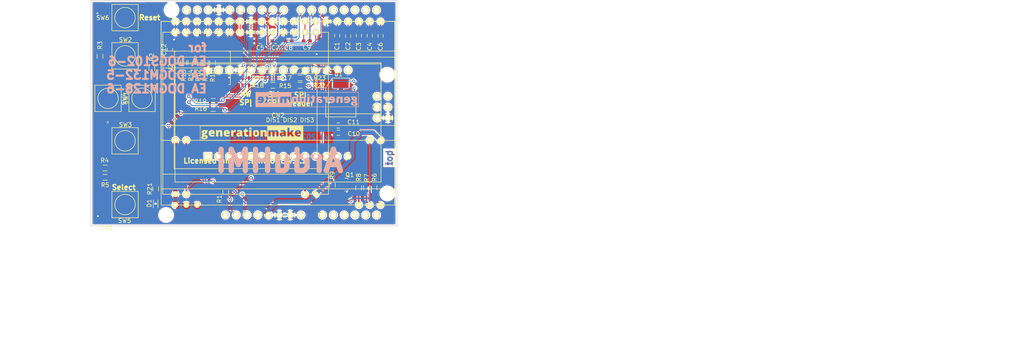
<source format=kicad_pcb>
(kicad_pcb (version 20171130) (host pcbnew 5.1.6-c6e7f7d~87~ubuntu18.04.1)
  (title_block (title "ArduHMI Shield") (date 2020-08-30) (rev dev_1.3) (company generationmake))
  (layers (0 F.Cu signal) (31 B.Cu signal) (34 B.Paste user) (35 F.Paste user) (36 B.SilkS user) (37 F.SilkS user) (38 B.Mask user) (39 F.Mask user) (44 Edge.Cuts user))
  (net 0 "")
  (net 1 GND)
  (net 2 /KEYPAD_A0)
  (net 3 +5V)
  (net 4 VIO)
  (net 5 /DISPLAY_BL)
  (net 6 /RESET)
  (net 7 /DIS_V4)
  (net 8 /DIS_V3)
  (net 9 /DIS_V2)
  (net 10 /DIS_V1)
  (net 11 /DIS_VOUT)
  (net 12 /DIS_V0)
  (net 13 /DIS_CAP1N)
  (net 14 /DIS_CAP3P)
  (net 15 /DIS_CAP1P)
  (net 16 /DIS_CAP2P)
  (net 17 /DIS_CAP2N)
  (net 18 /DIS_C3)
  (net 19 /DIS_C2)
  (net 20 +3V3)
  (net 21 /DIS_SI)
  (net 22 /DIS_CLK)
  (net 23 /DIS_A0)
  (net 24 /DIS_RESET)
  (net 25 /DIS_CS)
  (net 26 /DIS_C1)
  (net 27 "Net-(Q1-Pad3)")
  (net 28 /BUTTON_UP)
  (net 29 /BUTTON_DOWN)
  (net 30 /BUTTON_LEFT)
  (net 31 /BUTTON_SELECT)
  (net 32 /ARDU_A0)
  (net 33 /ARDU_RESET)
  (net 34 /ARDU_SI_1)
  (net 35 /ARDU_CS_1)
  (net 36 /ARDU_CLK_1)
  (net 37 /ARDU_SI)
  (net 38 /ARDU_CLK)
  (net 39 /ARDU_CS)
  (net 40 /ARDU_SI_2)
  (net 41 /ARDU_CS_2)
  (net 42 /ARDU_CLK_2)
  (net 43 "Net-(D1-Pad2)")
  (net 44 /ARDU_CLK_3)
  (net 45 /ARDU_SI_3)
  (module SOIC:SOIC-20_7.5x12.8mm_Pitch1.27mm (layer F.Cu) (at 77.2 92.85 90)
    (fp_text reference U2 (at 0 -7.5 90) (layer F.SilkS))
    (fp_text value 74VHC245D)
    (pad 20 smd rect (at 4.7 -5.715 90) (size 1.95 0.6) (layers F.Cu F.Paste F.Mask) (net 20 +3V3))
    (pad 19 smd rect (at 4.7 -4.445 90) (size 1.95 0.6) (layers F.Cu F.Paste F.Mask) (net 1 GND))
    (pad 18 smd rect (at 4.7 -3.175 90) (size 1.95 0.6) (layers F.Cu F.Paste F.Mask) (net 25 /DIS_CS))
    (pad 17 smd rect (at 4.7 -1.905 90) (size 1.95 0.6) (layers F.Cu F.Paste F.Mask) (net 24 /DIS_RESET))
    (pad 16 smd rect (at 4.7 -0.635 90) (size 1.95 0.6) (layers F.Cu F.Paste F.Mask) (net 23 /DIS_A0))
    (pad 15 smd rect (at 4.7 0.635 90) (size 1.95 0.6) (layers F.Cu F.Paste F.Mask) (net 22 /DIS_CLK))
    (pad 14 smd rect (at 4.7 1.905 90) (size 1.95 0.6) (layers F.Cu F.Paste F.Mask) (net 21 /DIS_SI))
    (pad 13 smd rect (at 4.7 3.175 90) (size 1.95 0.6) (layers F.Cu F.Paste F.Mask))
    (pad 12 smd rect (at 4.7 4.445 90) (size 1.95 0.6) (layers F.Cu F.Paste F.Mask))
    (pad 11 smd rect (at 4.7 5.715 90) (size 1.95 0.6) (layers F.Cu F.Paste F.Mask))
    (pad 10 smd rect (at -4.7 5.715 90) (size 1.95 0.6) (layers F.Cu F.Paste F.Mask) (net 1 GND))
    (pad 9 smd rect (at -4.7 4.445 90) (size 1.95 0.6) (layers F.Cu F.Paste F.Mask) (net 1 GND))
    (pad 8 smd rect (at -4.7 3.175 90) (size 1.95 0.6) (layers F.Cu F.Paste F.Mask) (net 1 GND))
    (pad 7 smd rect (at -4.7 1.905 90) (size 1.95 0.6) (layers F.Cu F.Paste F.Mask) (net 1 GND))
    (pad 6 smd rect (at -4.7 0.635 90) (size 1.95 0.6) (layers F.Cu F.Paste F.Mask) (net 37 /ARDU_SI))
    (pad 5 smd rect (at -4.7 -0.635 90) (size 1.95 0.6) (layers F.Cu F.Paste F.Mask) (net 38 /ARDU_CLK))
    (pad 4 smd rect (at -4.7 -1.905 90) (size 1.95 0.6) (layers F.Cu F.Paste F.Mask) (net 32 /ARDU_A0))
    (pad 3 smd rect (at -4.7 -3.175 90) (size 1.95 0.6) (layers F.Cu F.Paste F.Mask) (net 33 /ARDU_RESET))
    (pad 2 smd rect (at -4.7 -4.445 90) (size 1.95 0.6) (layers F.Cu F.Paste F.Mask) (net 39 /ARDU_CS))
    (pad 1 smd rect (at -4.7 -5.715 90) (size 1.95 0.6) (layers F.Cu F.Paste F.Mask) (net 20 +3V3))
  )
  (module SOT_TO:SOT-23 (layer F.Cu) (at 110.8 120.3 270)
    (fp_text reference Q1 (at -2.3 -1.1) (layer F.SilkS))
    (fp_text value 2N7002)
    (pad 3 smd rect (at 0 -0.99822 270) (size 0.8001 0.8001) (layers F.Cu F.Paste F.Mask) (net 27 "Net-(Q1-Pad3)"))
    (pad 2 smd rect (at 0.95 1.00076 270) (size 0.8001 0.8001) (layers F.Cu F.Paste F.Mask) (net 1 GND))
    (pad 1 smd rect (at -0.95 1.00076 270) (size 0.8001 0.8001) (layers F.Cu F.Paste F.Mask) (net 5 /DISPLAY_BL))
  )
  (module capacitors:C_0603 (layer F.Cu) (at 108.95 85.25 270)
    (fp_text reference C1 (at 2.45 0.05 270) (layer F.SilkS))
    (fp_text value 1uF)
    (pad 2 smd rect (at 0.75 0 270) (size 0.8 0.75) (layers F.Cu F.Paste F.Mask) (net 1 GND))
    (pad 1 smd rect (at -0.75 0 270) (size 0.8 0.75) (layers F.Cu F.Paste F.Mask) (net 7 /DIS_V4))
  )
  (module capacitors:C_0603 (layer F.Cu) (at 111.5 85.35 270)
    (fp_text reference C2 (at 2.35 0 270) (layer F.SilkS))
    (fp_text value 1uF)
    (pad 2 smd rect (at 0.75 0 270) (size 0.8 0.75) (layers F.Cu F.Paste F.Mask) (net 1 GND))
    (pad 1 smd rect (at -0.75 0 270) (size 0.8 0.75) (layers F.Cu F.Paste F.Mask) (net 8 /DIS_V3))
  )
  (module resistors:R_0603 (layer F.Cu) (at 82.7 122.1 90)
    (fp_text reference R1 (at -1.6 -1.5 90) (layer F.SilkS))
    (fp_text value 2k)
    (pad 2 smd rect (at 0.75 0 90) (size 0.5 0.9) (layers F.Cu F.Paste F.Mask) (net 2 /KEYPAD_A0))
    (pad 1 smd rect (at -0.75 0 90) (size 0.5 0.9) (layers F.Cu F.Paste F.Mask) (net 4 VIO))
  )
  (module resistors:R_0603 (layer F.Cu) (at 65.3 93 90)
    (fp_text reference R2 (at 2.7 0 90) (layer F.SilkS))
    (fp_text value 330)
    (pad 2 smd rect (at 0.75 0 90) (size 0.5 0.9) (layers F.Cu F.Paste F.Mask) (net 28 /BUTTON_UP))
    (pad 1 smd rect (at -0.75 0 90) (size 0.5 0.9) (layers F.Cu F.Paste F.Mask) (net 2 /KEYPAD_A0))
  )
  (module resistors:R_0603 (layer F.Cu) (at 53.1 90.1 270)
    (fp_text reference R3 (at -2.6 0 270) (layer F.SilkS))
    (fp_text value 620)
    (pad 2 smd rect (at 0.75 0 270) (size 0.5 0.9) (layers F.Cu F.Paste F.Mask) (net 29 /BUTTON_DOWN))
    (pad 1 smd rect (at -0.75 0 270) (size 0.5 0.9) (layers F.Cu F.Paste F.Mask) (net 28 /BUTTON_UP))
  )
  (module resistors:R_0603 (layer F.Cu) (at 117.6 121.05 90)
    (fp_text reference R6 (at 2.45 0.1 90) (layer F.SilkS))
    (fp_text value 30)
    (pad 2 smd rect (at 0.75 0 90) (size 0.5 0.9) (layers F.Cu F.Paste F.Mask) (net 27 "Net-(Q1-Pad3)"))
    (pad 1 smd rect (at -0.75 0 90) (size 0.5 0.9) (layers F.Cu F.Paste F.Mask) (net 18 /DIS_C3))
  )
  (module resistors:R_0603 (layer F.Cu) (at 115.8 121.05 90)
    (fp_text reference R7 (at 2.35 0.1 90) (layer F.SilkS))
    (fp_text value 30)
    (pad 2 smd rect (at 0.75 0 90) (size 0.5 0.9) (layers F.Cu F.Paste F.Mask) (net 27 "Net-(Q1-Pad3)"))
    (pad 1 smd rect (at -0.75 0 90) (size 0.5 0.9) (layers F.Cu F.Paste F.Mask) (net 19 /DIS_C2))
  )
  (module resistors:R_0603 (layer F.Cu) (at 114 121.1 90)
    (fp_text reference R8 (at 2.5 0 90) (layer F.SilkS))
    (fp_text value 30)
    (pad 2 smd rect (at 0.75 0 90) (size 0.5 0.9) (layers F.Cu F.Paste F.Mask) (net 27 "Net-(Q1-Pad3)"))
    (pad 1 smd rect (at -0.75 0 90) (size 0.5 0.9) (layers F.Cu F.Paste F.Mask) (net 26 /DIS_C1))
  )
  (module resistors:R_0603 (layer F.Cu) (at 107.8 120.4 90)
    (fp_text reference R9 (at 2.3 0 90) (layer F.SilkS))
    (fp_text value 1k)
    (pad 2 smd rect (at 0.75 0 90) (size 0.5 0.9) (layers F.Cu F.Paste F.Mask) (net 5 /DISPLAY_BL))
    (pad 1 smd rect (at -0.75 0 90) (size 0.5 0.9) (layers F.Cu F.Paste F.Mask) (net 4 VIO))
  )
  (module resistors:R_0603 (layer F.Cu) (at 54.3 116.4 180)
    (fp_text reference R4 (at 0.1 1.8 180) (layer F.SilkS))
    (fp_text value 1k)
    (pad 2 smd rect (at 0.75 0 180) (size 0.5 0.9) (layers F.Cu F.Paste F.Mask) (net 30 /BUTTON_LEFT))
    (pad 1 smd rect (at -0.75 0 180) (size 0.5 0.9) (layers F.Cu F.Paste F.Mask) (net 29 /BUTTON_DOWN))
  )
  (module resistors:R_0603 (layer F.Cu) (at 54.3 118.6)
    (fp_text reference R5 (at 0 1.8) (layer F.SilkS))
    (fp_text value 3k3)
    (pad 2 smd rect (at 0.75 0) (size 0.5 0.9) (layers F.Cu F.Paste F.Mask) (net 31 /BUTTON_SELECT))
    (pad 1 smd rect (at -0.75 0) (size 0.5 0.9) (layers F.Cu F.Paste F.Mask) (net 30 /BUTTON_LEFT))
  )
  (module capacitors:C_0603 (layer F.Cu) (at 114.05 85.25 270)
    (fp_text reference C3 (at 2.55 0.05 270) (layer F.SilkS))
    (fp_text value 1uF)
    (pad 2 smd rect (at 0.75 0 270) (size 0.8 0.75) (layers F.Cu F.Paste F.Mask) (net 1 GND))
    (pad 1 smd rect (at -0.75 0 270) (size 0.8 0.75) (layers F.Cu F.Paste F.Mask) (net 9 /DIS_V2))
  )
  (module capacitors:C_0603 (layer F.Cu) (at 116.6 85.25 270)
    (fp_text reference C4 (at 2.55 0 270) (layer F.SilkS))
    (fp_text value 1uF)
    (pad 2 smd rect (at 0.75 0 270) (size 0.8 0.75) (layers F.Cu F.Paste F.Mask) (net 1 GND))
    (pad 1 smd rect (at -0.75 0 270) (size 0.8 0.75) (layers F.Cu F.Paste F.Mask) (net 10 /DIS_V1))
  )
  (module capacitors:C_0603 (layer F.Cu) (at 90.8 86.5 180)
    (fp_text reference C5 (at 0 -1.6 180) (layer F.SilkS))
    (fp_text value 1uF)
    (pad 2 smd rect (at 0.75 0 180) (size 0.8 0.75) (layers F.Cu F.Paste F.Mask) (net 1 GND))
    (pad 1 smd rect (at -0.75 0 180) (size 0.8 0.75) (layers F.Cu F.Paste F.Mask) (net 11 /DIS_VOUT))
  )
  (module capacitors:C_0603 (layer F.Cu) (at 119.15 85.3 270)
    (fp_text reference C6 (at 2.5 0.05 270) (layer F.SilkS))
    (fp_text value 1uF)
    (pad 2 smd rect (at 0.75 0 270) (size 0.8 0.75) (layers F.Cu F.Paste F.Mask) (net 1 GND))
    (pad 1 smd rect (at -0.75 0 270) (size 0.8 0.75) (layers F.Cu F.Paste F.Mask) (net 12 /DIS_V0))
  )
  (module capacitors:C_0603 (layer F.Cu) (at 94.4 86.5)
    (fp_text reference C7 (at 0 1.6) (layer F.SilkS))
    (fp_text value 1uF)
    (pad 2 smd rect (at 0.75 0) (size 0.8 0.75) (layers F.Cu F.Paste F.Mask) (net 13 /DIS_CAP1N))
    (pad 1 smd rect (at -0.75 0) (size 0.8 0.75) (layers F.Cu F.Paste F.Mask) (net 14 /DIS_CAP3P))
  )
  (module capacitors:C_0603 (layer F.Cu) (at 97.5 86.5)
    (fp_text reference C8 (at 0 1.6) (layer F.SilkS))
    (fp_text value 1uF)
    (pad 2 smd rect (at 0.75 0) (size 0.8 0.75) (layers F.Cu F.Paste F.Mask) (net 15 /DIS_CAP1P))
    (pad 1 smd rect (at -0.75 0) (size 0.8 0.75) (layers F.Cu F.Paste F.Mask) (net 13 /DIS_CAP1N))
  )
  (module capacitors:C_0603 (layer F.Cu) (at 101.8 86.5)
    (fp_text reference C9 (at 0 1.5) (layer F.SilkS))
    (fp_text value 1uF)
    (pad 2 smd rect (at 0.75 0) (size 0.8 0.75) (layers F.Cu F.Paste F.Mask) (net 17 /DIS_CAP2N))
    (pad 1 smd rect (at -0.75 0) (size 0.8 0.75) (layers F.Cu F.Paste F.Mask) (net 16 /DIS_CAP2P))
  )
  (module displays:EA_DOGM128 (layer F.Cu) (at 95 103.5)
    (fp_text reference DIS1 (at -1.15 1.6) (layer F.SilkS))
    (fp_text value EA_DOGM128-6)
    (pad 18 thru_hole circle (at 19.05 21.59) (size 1.4 1.4) (drill 0.6) (layers *.Cu *.Mask F.SilkS) (net 26 /DIS_C1))
    (pad 3 thru_hole circle (at -19.05 21.59) (size 1.4 1.4) (drill 0.6) (layers *.Cu *.Mask F.SilkS) (net 3 +5V))
    (pad 40 thru_hole circle (at -24.13 -21.59) (size 1.4 1.4) (drill 0.6) (layers *.Cu *.Mask F.SilkS) (net 25 /DIS_CS))
    (pad 39 thru_hole circle (at -21.59 -21.59) (size 1.4 1.4) (drill 0.6) (layers *.Cu *.Mask F.SilkS) (net 24 /DIS_RESET))
    (pad 38 thru_hole circle (at -19.05 -21.59) (size 1.4 1.4) (drill 0.6) (layers *.Cu *.Mask F.SilkS) (net 23 /DIS_A0))
    (pad 37 thru_hole circle (at -16.51 -21.59) (size 1.4 1.4) (drill 0.6) (layers *.Cu *.Mask F.SilkS) (net 22 /DIS_CLK))
    (pad 36 thru_hole circle (at -13.97 -21.59) (size 1.4 1.4) (drill 0.6) (layers *.Cu *.Mask F.SilkS) (net 21 /DIS_SI))
    (pad 35 thru_hole circle (at -11.43 -21.59) (size 1.4 1.4) (drill 0.6) (layers *.Cu *.Mask F.SilkS) (net 20 +3V3))
    (pad 34 thru_hole circle (at -8.89 -21.59) (size 1.4 1.4) (drill 0.6) (layers *.Cu *.Mask F.SilkS) (net 20 +3V3))
    (pad 33 thru_hole circle (at -6.35 -21.59) (size 1.4 1.4) (drill 0.6) (layers *.Cu *.Mask F.SilkS) (net 1 GND))
    (pad 32 thru_hole circle (at -3.81 -21.59) (size 1.4 1.4) (drill 0.6) (layers *.Cu *.Mask F.SilkS) (net 11 /DIS_VOUT))
    (pad 31 thru_hole circle (at -1.27 -21.59) (size 1.4 1.4) (drill 0.6) (layers *.Cu *.Mask F.SilkS) (net 14 /DIS_CAP3P))
    (pad 30 thru_hole circle (at 1.27 -21.59) (size 1.4 1.4) (drill 0.6) (layers *.Cu *.Mask F.SilkS) (net 13 /DIS_CAP1N))
    (pad 29 thru_hole circle (at 3.81 -21.59) (size 1.4 1.4) (drill 0.6) (layers *.Cu *.Mask F.SilkS) (net 15 /DIS_CAP1P))
    (pad 28 thru_hole circle (at 6.35 -21.59) (size 1.4 1.4) (drill 0.6) (layers *.Cu *.Mask F.SilkS) (net 16 /DIS_CAP2P))
    (pad 27 thru_hole circle (at 8.89 -21.59) (size 1.4 1.4) (drill 0.6) (layers *.Cu *.Mask F.SilkS) (net 17 /DIS_CAP2N))
    (pad 26 thru_hole circle (at 11.43 -21.59) (size 1.4 1.4) (drill 0.6) (layers *.Cu *.Mask F.SilkS) (net 1 GND))
    (pad 25 thru_hole circle (at 13.97 -21.59) (size 1.4 1.4) (drill 0.6) (layers *.Cu *.Mask F.SilkS) (net 7 /DIS_V4))
    (pad 24 thru_hole circle (at 16.51 -21.59) (size 1.4 1.4) (drill 0.6) (layers *.Cu *.Mask F.SilkS) (net 8 /DIS_V3))
    (pad 23 thru_hole circle (at 19.05 -21.59) (size 1.4 1.4) (drill 0.6) (layers *.Cu *.Mask F.SilkS) (net 9 /DIS_V2))
    (pad 22 thru_hole circle (at 21.59 -21.59) (size 1.4 1.4) (drill 0.6) (layers *.Cu *.Mask F.SilkS) (net 10 /DIS_V1))
    (pad 21 thru_hole circle (at 24.13 -21.59) (size 1.4 1.4) (drill 0.6) (layers *.Cu *.Mask F.SilkS) (net 12 /DIS_V0))
    (pad 19 thru_hole circle (at 21.59 21.59) (size 1.4 1.4) (drill 0.6) (layers *.Cu *.Mask F.SilkS) (net 19 /DIS_C2))
    (pad 20 thru_hole circle (at 24.13 21.59) (size 1.4 1.4) (drill 0.6) (layers *.Cu *.Mask F.SilkS) (net 18 /DIS_C3))
    (pad 2 thru_hole circle (at -21.59 21.59) (size 1.4 1.4) (drill 0.6) (layers *.Cu *.Mask F.SilkS) (net 3 +5V))
    (pad 1 thru_hole circle (at -24.13 21.59) (size 1.4 1.4) (drill 0.6) (layers *.Cu *.Mask F.SilkS) (net 3 +5V))
  )
  (module displays:EA_DOGM081_162_163_132 (layer F.Cu) (at 95 95.88)
    (fp_text reference DIS2 (at 2.85 9.22) (layer F.SilkS))
    (fp_text value EA_DOGM132-5)
    (pad 40 thru_hole circle (at -24.13 -13.97) (size 1.4 1.4) (drill 0.6) (layers *.Cu *.Mask F.SilkS) (net 25 /DIS_CS))
    (pad 39 thru_hole circle (at -21.59 -13.97) (size 1.4 1.4) (drill 0.6) (layers *.Cu *.Mask F.SilkS) (net 24 /DIS_RESET))
    (pad 38 thru_hole circle (at -19.05 -13.97) (size 1.4 1.4) (drill 0.6) (layers *.Cu *.Mask F.SilkS) (net 23 /DIS_A0))
    (pad 37 thru_hole circle (at -16.51 -13.97) (size 1.4 1.4) (drill 0.6) (layers *.Cu *.Mask F.SilkS) (net 22 /DIS_CLK))
    (pad 36 thru_hole circle (at -13.97 -13.97) (size 1.4 1.4) (drill 0.6) (layers *.Cu *.Mask F.SilkS) (net 21 /DIS_SI))
    (pad 35 thru_hole circle (at -11.43 -13.97) (size 1.4 1.4) (drill 0.6) (layers *.Cu *.Mask F.SilkS) (net 20 +3V3))
    (pad 34 thru_hole circle (at -8.89 -13.97) (size 1.4 1.4) (drill 0.6) (layers *.Cu *.Mask F.SilkS) (net 20 +3V3))
    (pad 33 thru_hole circle (at -6.35 -13.97) (size 1.4 1.4) (drill 0.6) (layers *.Cu *.Mask F.SilkS) (net 1 GND))
    (pad 32 thru_hole circle (at -3.81 -13.97) (size 1.4 1.4) (drill 0.6) (layers *.Cu *.Mask F.SilkS) (net 11 /DIS_VOUT))
    (pad 31 thru_hole circle (at -1.27 -13.97) (size 1.4 1.4) (drill 0.6) (layers *.Cu *.Mask F.SilkS) (net 14 /DIS_CAP3P))
    (pad 30 thru_hole circle (at 1.27 -13.97) (size 1.4 1.4) (drill 0.6) (layers *.Cu *.Mask F.SilkS) (net 13 /DIS_CAP1N))
    (pad 29 thru_hole circle (at 3.81 -13.97) (size 1.4 1.4) (drill 0.6) (layers *.Cu *.Mask F.SilkS) (net 15 /DIS_CAP1P))
    (pad 28 thru_hole circle (at 6.35 -13.97) (size 1.4 1.4) (drill 0.6) (layers *.Cu *.Mask F.SilkS) (net 16 /DIS_CAP2P))
    (pad 27 thru_hole circle (at 8.89 -13.97) (size 1.4 1.4) (drill 0.6) (layers *.Cu *.Mask F.SilkS) (net 17 /DIS_CAP2N))
    (pad 26 thru_hole circle (at 11.43 -13.97) (size 1.4 1.4) (drill 0.6) (layers *.Cu *.Mask F.SilkS) (net 1 GND))
    (pad 25 thru_hole circle (at 13.97 -13.97) (size 1.4 1.4) (drill 0.6) (layers *.Cu *.Mask F.SilkS) (net 7 /DIS_V4))
    (pad 24 thru_hole circle (at 16.51 -13.97) (size 1.4 1.4) (drill 0.6) (layers *.Cu *.Mask F.SilkS) (net 8 /DIS_V3))
    (pad 23 thru_hole circle (at 19.05 -13.97) (size 1.4 1.4) (drill 0.6) (layers *.Cu *.Mask F.SilkS) (net 9 /DIS_V2))
    (pad 22 thru_hole circle (at 21.59 -13.97) (size 1.4 1.4) (drill 0.6) (layers *.Cu *.Mask F.SilkS) (net 10 /DIS_V1))
    (pad 21 thru_hole circle (at 24.13 -13.97) (size 1.4 1.4) (drill 0.6) (layers *.Cu *.Mask F.SilkS) (net 12 /DIS_V0))
    (pad 19 thru_hole circle (at 21.59 13.97) (size 1.4 1.4) (drill 0.6) (layers *.Cu *.Mask F.SilkS) (net 19 /DIS_C2))
    (pad 20 thru_hole circle (at 24.13 13.97) (size 1.4 1.4) (drill 0.6) (layers *.Cu *.Mask F.SilkS) (net 3 +5V))
    (pad 2 thru_hole circle (at -21.59 13.97) (size 1.4 1.4) (drill 0.6) (layers *.Cu *.Mask F.SilkS) (net 26 /DIS_C1))
    (pad 1 thru_hole circle (at -24.13 13.97) (size 1.4 1.4) (drill 0.6) (layers *.Cu *.Mask F.SilkS) (net 3 +5V))
  )
  (module displays:EA_DOGS102 (layer F.Cu) (at 87.38 103.5)
    (fp_text reference DIS3 (at 14.47 1.6) (layer F.SilkS))
    (fp_text value EA_DOGS102-6)
    (pad 13 thru_hole circle (at 13.97 19.05) (size 1.4 1.4) (drill 0.6) (layers *.Cu *.Mask F.SilkS) (net 19 /DIS_C2))
    (pad 14 thru_hole circle (at 16.51 19.05) (size 1.4 1.4) (drill 0.6) (layers *.Cu *.Mask F.SilkS) (net 3 +5V))
    (pad 2 thru_hole circle (at -13.97 19.05) (size 1.4 1.4) (drill 0.6) (layers *.Cu *.Mask F.SilkS) (net 26 /DIS_C1))
    (pad 1 thru_hole circle (at -16.51 19.05) (size 1.4 1.4) (drill 0.6) (layers *.Cu *.Mask F.SilkS) (net 3 +5V))
    (pad 28 thru_hole circle (at -16.51 -19.05) (size 1.4 1.4) (drill 0.6) (layers *.Cu *.Mask F.SilkS) (net 25 /DIS_CS))
    (pad 27 thru_hole circle (at -13.97 -19.05) (size 1.4 1.4) (drill 0.6) (layers *.Cu *.Mask F.SilkS) (net 24 /DIS_RESET))
    (pad 26 thru_hole circle (at -11.43 -19.05) (size 1.4 1.4) (drill 0.6) (layers *.Cu *.Mask F.SilkS) (net 23 /DIS_A0))
    (pad 25 thru_hole circle (at -8.89 -19.05) (size 1.4 1.4) (drill 0.6) (layers *.Cu *.Mask F.SilkS) (net 22 /DIS_CLK))
    (pad 24 thru_hole circle (at -6.35 -19.05) (size 1.4 1.4) (drill 0.6) (layers *.Cu *.Mask F.SilkS) (net 21 /DIS_SI))
    (pad 23 thru_hole circle (at -3.81 -19.05) (size 1.4 1.4) (drill 0.6) (layers *.Cu *.Mask F.SilkS) (net 20 +3V3))
    (pad 22 thru_hole circle (at -1.27 -19.05) (size 1.4 1.4) (drill 0.6) (layers *.Cu *.Mask F.SilkS) (net 20 +3V3))
    (pad 21 thru_hole circle (at 1.27 -19.05) (size 1.4 1.4) (drill 0.6) (layers *.Cu *.Mask F.SilkS) (net 1 GND))
    (pad 20 thru_hole circle (at 3.81 -19.05) (size 1.4 1.4) (drill 0.6) (layers *.Cu *.Mask F.SilkS) (net 1 GND))
    (pad 19 thru_hole circle (at 6.35 -19.05) (size 1.4 1.4) (drill 0.6) (layers *.Cu *.Mask F.SilkS) (net 17 /DIS_CAP2N))
    (pad 18 thru_hole circle (at 8.89 -19.05) (size 1.4 1.4) (drill 0.6) (layers *.Cu *.Mask F.SilkS) (net 13 /DIS_CAP1N))
    (pad 17 thru_hole circle (at 11.43 -19.05) (size 1.4 1.4) (drill 0.6) (layers *.Cu *.Mask F.SilkS) (net 15 /DIS_CAP1P))
    (pad 16 thru_hole circle (at 13.97 -19.05) (size 1.4 1.4) (drill 0.6) (layers *.Cu *.Mask F.SilkS) (net 16 /DIS_CAP2P))
    (pad 15 thru_hole circle (at 16.51 -19.05) (size 1.4 1.4) (drill 0.6) (layers *.Cu *.Mask F.SilkS) (net 11 /DIS_VOUT))
  )
  (module capacitors:C_0603 (layer F.Cu) (at 109.2 108.1 180)
    (fp_text reference C10 (at -3.65 -0.25 180) (layer F.SilkS))
    (fp_text value 1uF)
    (pad 2 smd rect (at 0.75 0 180) (size 0.8 0.75) (layers F.Cu F.Paste F.Mask) (net 1 GND))
    (pad 1 smd rect (at -0.75 0 180) (size 0.8 0.75) (layers F.Cu F.Paste F.Mask) (net 3 +5V))
  )
  (module capacitors:C_0603 (layer F.Cu) (at 109.2 106.4 180)
    (fp_text reference C11 (at -3.6 0.8 180) (layer F.SilkS))
    (fp_text value 1uF)
    (pad 2 smd rect (at 0.75 0 180) (size 0.8 0.75) (layers F.Cu F.Paste F.Mask) (net 1 GND))
    (pad 1 smd rect (at -0.75 0 180) (size 0.8 0.75) (layers F.Cu F.Paste F.Mask) (net 20 +3V3))
  )
  (module SOT_TO:SOT-223 (layer F.Cu) (at 109.8 99.8)
    (fp_text reference U1 (at -0.55 -5.5) (layer F.SilkS))
    (fp_text value LT1117)
    (pad 1 smd rect (at -2.286 3.302) (size 1.016 2.032) (layers F.Cu F.Paste F.Mask) (net 1 GND))
    (pad 3 smd rect (at 2.286 3.302) (size 1.016 2.032) (layers F.Cu F.Paste F.Mask) (net 3 +5V))
    (pad 2 smd rect (at 0 3.302) (size 1.016 2.032) (layers F.Cu F.Paste F.Mask) (net 20 +3V3))
    (pad 4 smd rect (at 0 -3.302) (size 3.6576 2.032) (layers F.Cu F.Paste F.Mask) (net 20 +3V3))
  )
  (module capacitors:C_0603 (layer F.Cu) (at 69.55 88.55 90)
    (fp_text reference C12 (at 0 -1.4 90) (layer F.SilkS))
    (fp_text value 100nF)
    (pad 2 smd rect (at 0.75 0 90) (size 0.8 0.75) (layers F.Cu F.Paste F.Mask) (net 1 GND))
    (pad 1 smd rect (at -0.75 0 90) (size 0.8 0.75) (layers F.Cu F.Paste F.Mask) (net 20 +3V3))
  )
  (module resistors:R_0603 (layer F.Cu) (at 79.6 91.6 270)
    (fp_text reference R10 (at 3.1 0 270) (layer F.SilkS))
    (fp_text value DNI)
    (pad 2 smd rect (at 0.75 0 270) (size 0.5 0.9) (layers F.Cu F.Paste F.Mask) (net 37 /ARDU_SI))
    (pad 1 smd rect (at -0.75 0 270) (size 0.5 0.9) (layers F.Cu F.Paste F.Mask) (net 21 /DIS_SI))
  )
  (module resistors:R_0603 (layer F.Cu) (at 77.9 91.6 270)
    (fp_text reference R11 (at 3 0 270) (layer F.SilkS))
    (fp_text value DNI)
    (pad 2 smd rect (at 0.75 0 270) (size 0.5 0.9) (layers F.Cu F.Paste F.Mask) (net 38 /ARDU_CLK))
    (pad 1 smd rect (at -0.75 0 270) (size 0.5 0.9) (layers F.Cu F.Paste F.Mask) (net 22 /DIS_CLK))
  )
  (module resistors:R_0603 (layer F.Cu) (at 76.2 91.6 270)
    (fp_text reference R12 (at 3 0 270) (layer F.SilkS))
    (fp_text value DNI)
    (pad 2 smd rect (at 0.75 0 270) (size 0.5 0.9) (layers F.Cu F.Paste F.Mask) (net 32 /ARDU_A0))
    (pad 1 smd rect (at -0.75 0 270) (size 0.5 0.9) (layers F.Cu F.Paste F.Mask) (net 23 /DIS_A0))
  )
  (module resistors:R_0603 (layer F.Cu) (at 72.8 91.6 270)
    (fp_text reference R13 (at 3 0 270) (layer F.SilkS))
    (fp_text value DNI)
    (pad 2 smd rect (at 0.75 0 270) (size 0.5 0.9) (layers F.Cu F.Paste F.Mask) (net 39 /ARDU_CS))
    (pad 1 smd rect (at -0.75 0 270) (size 0.5 0.9) (layers F.Cu F.Paste F.Mask) (net 25 /DIS_CS))
  )
  (module resistors:R_0603 (layer F.Cu) (at 74.5 91.55 270)
    (fp_text reference R14 (at 3 0 270) (layer F.SilkS))
    (fp_text value DNI)
    (pad 2 smd rect (at 0.75 0 270) (size 0.5 0.9) (layers F.Cu F.Paste F.Mask) (net 33 /ARDU_RESET))
    (pad 1 smd rect (at -0.75 0 270) (size 0.5 0.9) (layers F.Cu F.Paste F.Mask) (net 24 /DIS_RESET))
  )
  (module resistors:R_0603 (layer F.Cu) (at 93.8 96.95 180)
    (fp_text reference R15 (at -2.9 -0.1 180) (layer F.SilkS))
    (fp_text value DNI)
    (pad 2 smd rect (at 0.75 0 180) (size 0.5 0.9) (layers F.Cu F.Paste F.Mask) (net 38 /ARDU_CLK))
    (pad 1 smd rect (at -0.75 0 180) (size 0.5 0.9) (layers F.Cu F.Paste F.Mask) (net 42 /ARDU_CLK_2))
  )
  (module resistors:R_0603 (layer F.Cu) (at 79.75 102.4 180)
    (fp_text reference R16 (at 2.9 0 180) (layer F.SilkS))
    (fp_text value 0R)
    (pad 2 smd rect (at 0.75 0 180) (size 0.5 0.9) (layers F.Cu F.Paste F.Mask) (net 39 /ARDU_CS))
    (pad 1 smd rect (at -0.75 0 180) (size 0.5 0.9) (layers F.Cu F.Paste F.Mask) (net 41 /ARDU_CS_2))
  )
  (module resistors:R_0603 (layer F.Cu) (at 93.8 95.2 180)
    (fp_text reference R17 (at -3 0 180) (layer F.SilkS))
    (fp_text value DNI)
    (pad 2 smd rect (at 0.75 0 180) (size 0.5 0.9) (layers F.Cu F.Paste F.Mask) (net 37 /ARDU_SI))
    (pad 1 smd rect (at -0.75 0 180) (size 0.5 0.9) (layers F.Cu F.Paste F.Mask) (net 40 /ARDU_SI_2))
  )
  (module resistors:R_0603 (layer F.Cu) (at 87.4 96.95)
    (fp_text reference R18 (at 2.85 0) (layer F.SilkS))
    (fp_text value 0R)
    (pad 2 smd rect (at 0.75 0) (size 0.5 0.9) (layers F.Cu F.Paste F.Mask) (net 38 /ARDU_CLK))
    (pad 1 smd rect (at -0.75 0) (size 0.5 0.9) (layers F.Cu F.Paste F.Mask) (net 36 /ARDU_CLK_1))
  )
  (module resistors:R_0603 (layer F.Cu) (at 79.75 100.7 180)
    (fp_text reference R19 (at 3 0 180) (layer F.SilkS))
    (fp_text value DNI)
    (pad 2 smd rect (at 0.75 0 180) (size 0.5 0.9) (layers F.Cu F.Paste F.Mask) (net 39 /ARDU_CS))
    (pad 1 smd rect (at -0.75 0 180) (size 0.5 0.9) (layers F.Cu F.Paste F.Mask) (net 35 /ARDU_CS_1))
  )
  (module resistors:R_0603 (layer F.Cu) (at 87.4 95.2)
    (fp_text reference R20 (at 2.85 0.05) (layer F.SilkS))
    (fp_text value 0R)
    (pad 2 smd rect (at 0.75 0) (size 0.5 0.9) (layers F.Cu F.Paste F.Mask) (net 37 /ARDU_SI))
    (pad 1 smd rect (at -0.75 0) (size 0.5 0.9) (layers F.Cu F.Paste F.Mask) (net 34 /ARDU_SI_1))
  )
  (module resistors:R_0603 (layer F.Cu) (at 66.2 121.3 90)
    (fp_text reference R21 (at 0 -1.4 90) (layer F.SilkS))
    (fp_text value 1k)
    (pad 2 smd rect (at 0.75 0 90) (size 0.5 0.9) (layers F.Cu F.Paste F.Mask) (net 20 +3V3))
    (pad 1 smd rect (at -0.75 0 90) (size 0.5 0.9) (layers F.Cu F.Paste F.Mask) (net 43 "Net-(D1-Pad2)"))
  )
  (module LEDs:LED_0603 (layer F.Cu) (at 66.2 124.7 90)
    (fp_text reference D1 (at 0 -1.5 90) (layer F.SilkS))
    (fp_text value green)
    (pad 1 smd rect (at -0.7493 0 270) (size 0.79756 0.79756) (layers F.Cu F.Paste F.Mask) (net 1 GND))
    (pad 2 smd rect (at 0.7493 0 270) (size 0.79756 0.79756) (layers F.Cu F.Paste F.Mask) (net 43 "Net-(D1-Pad2)"))
  )
  (module mechanical-switches:WE_430182050816 (layer F.Cu) (at 59 81)
    (fp_text reference SW6 (at -5.25 0.05) (layer F.SilkS))
    (fp_text value TAST_VER)
    (pad 4 smd rect (at 4 2.25) (size 1.55 1.3) (layers F.Cu F.Paste F.Mask) (net 6 /RESET))
    (pad 3 smd rect (at 4 -2.25) (size 1.55 1.3) (layers F.Cu F.Paste F.Mask) (net 1 GND))
    (pad 2 smd rect (at -4 2.25) (size 1.55 1.3) (layers F.Cu F.Paste F.Mask) (net 6 /RESET))
    (pad 1 smd rect (at -4 -2.25) (size 1.55 1.3) (layers F.Cu F.Paste F.Mask) (net 1 GND))
  )
  (module labels:generationmake_logo (layer F.Cu) (at 88.75 113.45)
    (fp_text reference G*** hide)
    (fp_text value generationmake_logo hide)
  )
  (module labels:generationmake_logo (layer B.Cu) (at 101.9 105.55 180)
    (fp_text reference G*** hide)
    (fp_text value generationmake_logo hide)
  )
  (module resistors:R_0603 (layer F.Cu) (at 100.2 96.95 180)
    (fp_text reference R22 (at -4.5 -0.05 180) (layer F.SilkS))
    (fp_text value DNI)
    (pad 2 smd rect (at 0.75 0 180) (size 0.5 0.9) (layers F.Cu F.Paste F.Mask) (net 38 /ARDU_CLK))
    (pad 1 smd rect (at -0.75 0 180) (size 0.5 0.9) (layers F.Cu F.Paste F.Mask) (net 44 /ARDU_CLK_3))
  )
  (module resistors:R_0603 (layer F.Cu) (at 100.2 95.2 180)
    (fp_text reference R23 (at -4.6 0 180) (layer F.SilkS))
    (fp_text value DNI)
    (pad 2 smd rect (at 0.75 0 180) (size 0.5 0.9) (layers F.Cu F.Paste F.Mask) (net 37 /ARDU_SI))
    (pad 1 smd rect (at -0.75 0 180) (size 0.5 0.9) (layers F.Cu F.Paste F.Mask) (net 45 /ARDU_SI_3))
  )
  (module mechanical-switches:WE_430182080816 (layer F.Cu) (at 63 100 90)
    (fp_text reference SW1 (at 0.1 -3.8 90) (layer F.SilkS))
    (fp_text value TAST_VER)
    (pad 4 smd rect (at 4 2.25 90) (size 1.55 1.3) (layers F.Cu F.Paste F.Mask) (net 2 /KEYPAD_A0))
    (pad 3 smd rect (at 4 -2.25 90) (size 1.55 1.3) (layers F.Cu F.Paste F.Mask) (net 1 GND))
    (pad 2 smd rect (at -4 2.25 90) (size 1.55 1.3) (layers F.Cu F.Paste F.Mask) (net 2 /KEYPAD_A0))
    (pad 1 smd rect (at -4 -2.25 90) (size 1.55 1.3) (layers F.Cu F.Paste F.Mask) (net 1 GND))
  )
  (module mechanical-switches:WE_430182080816 (layer F.Cu) (at 59 90)
    (fp_text reference SW2 (at 0.1 -3.8) (layer F.SilkS))
    (fp_text value TAST_VER)
    (pad 1 smd rect (at -4 -2.25) (size 1.55 1.3) (layers F.Cu F.Paste F.Mask) (net 1 GND))
    (pad 2 smd rect (at -4 2.25) (size 1.55 1.3) (layers F.Cu F.Paste F.Mask) (net 28 /BUTTON_UP))
    (pad 3 smd rect (at 4 -2.25) (size 1.55 1.3) (layers F.Cu F.Paste F.Mask) (net 1 GND))
    (pad 4 smd rect (at 4 2.25) (size 1.55 1.3) (layers F.Cu F.Paste F.Mask) (net 28 /BUTTON_UP))
  )
  (module mechanical-switches:WE_430182080816 (layer F.Cu) (at 59 110)
    (fp_text reference SW3 (at 0.1 -3.8) (layer F.SilkS))
    (fp_text value TAST_VER)
    (pad 4 smd rect (at 4 2.25) (size 1.55 1.3) (layers F.Cu F.Paste F.Mask) (net 29 /BUTTON_DOWN))
    (pad 3 smd rect (at 4 -2.25) (size 1.55 1.3) (layers F.Cu F.Paste F.Mask) (net 1 GND))
    (pad 2 smd rect (at -4 2.25) (size 1.55 1.3) (layers F.Cu F.Paste F.Mask) (net 29 /BUTTON_DOWN))
    (pad 1 smd rect (at -4 -2.25) (size 1.55 1.3) (layers F.Cu F.Paste F.Mask) (net 1 GND))
  )
  (module mechanical-switches:WE_430182080816 (layer F.Cu) (at 55 100 270)
    (fp_text reference SW4 (at 0.1 -3.8 270) (layer F.SilkS))
    (fp_text value TAST_VER)
    (pad 1 smd rect (at -4 -2.25 270) (size 1.55 1.3) (layers F.Cu F.Paste F.Mask) (net 1 GND))
    (pad 2 smd rect (at -4 2.25 270) (size 1.55 1.3) (layers F.Cu F.Paste F.Mask) (net 30 /BUTTON_LEFT))
    (pad 3 smd rect (at 4 -2.25 270) (size 1.55 1.3) (layers F.Cu F.Paste F.Mask) (net 1 GND))
    (pad 4 smd rect (at 4 2.25 270) (size 1.55 1.3) (layers F.Cu F.Paste F.Mask) (net 30 /BUTTON_LEFT))
  )
  (module mechanical-switches:WE_430182080816 (layer F.Cu) (at 59 125 180)
    (fp_text reference SW5 (at 0.1 -3.8 180) (layer F.SilkS))
    (fp_text value TAST_VER)
    (pad 1 smd rect (at -4 -2.25 180) (size 1.55 1.3) (layers F.Cu F.Paste F.Mask) (net 1 GND))
    (pad 2 smd rect (at -4 2.25 180) (size 1.55 1.3) (layers F.Cu F.Paste F.Mask) (net 31 /BUTTON_SELECT))
    (pad 3 smd rect (at 4 -2.25 180) (size 1.55 1.3) (layers F.Cu F.Paste F.Mask) (net 1 GND))
    (pad 4 smd rect (at 4 2.25 180) (size 1.55 1.3) (layers F.Cu F.Paste F.Mask) (net 31 /BUTTON_SELECT))
  )
  (module MODULE_compute:ARDUINO_ISP_TOP (layer F.Cu) (at 54.7 130)
    (fp_text reference CN1 (at 0 0.5) (layer F.SilkS))
    (fp_text value ARDUINO_ISP)
    (pad "" np_thru_hole circle (at 66.04 -35.56) (size 3.175 3.175) (drill 3.175) (layers *.Cu *.Mask F.SilkS))
    (pad "" np_thru_hole circle (at 66.04 -7.62) (size 3.175 3.175) (drill 3.175) (layers *.Cu *.Mask F.SilkS))
    (pad "" np_thru_hole circle (at 15.24 -50.8) (size 3.175 3.175) (drill 3.175) (layers *.Cu *.Mask F.SilkS))
    (pad "" np_thru_hole circle (at 13.97 -2.54) (size 3.175 3.175) (drill 3.175) (layers *.Cu *.Mask F.SilkS))
    (pad 23 thru_hole circle (at 50.8 -2.54) (size 1.6 1.6) (drill 1) (layers *.Cu *.Mask F.SilkS) (net 2 /KEYPAD_A0))
    (pad 22 thru_hole circle (at 53.34 -2.54) (size 1.6 1.6) (drill 1) (layers *.Cu *.Mask F.SilkS))
    (pad 21 thru_hole circle (at 55.88 -2.54) (size 1.6 1.6) (drill 1) (layers *.Cu *.Mask F.SilkS))
    (pad 20 thru_hole circle (at 58.42 -2.54) (size 1.6 1.6) (drill 1) (layers *.Cu *.Mask F.SilkS))
    (pad 19 thru_hole circle (at 60.96 -2.54) (size 1.6 1.6) (drill 1) (layers *.Cu *.Mask F.SilkS))
    (pad 18 thru_hole circle (at 63.5 -2.54) (size 1.6 1.6) (drill 1) (layers *.Cu *.Mask F.SilkS))
    (pad 31 thru_hole circle (at 27.94 -2.54) (size 1.6 1.6) (drill 1) (layers *.Cu *.Mask F.SilkS))
    (pad 30 thru_hole circle (at 30.48 -2.54) (size 1.6 1.6) (drill 1) (layers *.Cu *.Mask F.SilkS) (net 4 VIO))
    (pad 29 thru_hole circle (at 33.02 -2.54) (size 1.6 1.6) (drill 1) (layers *.Cu *.Mask F.SilkS) (net 6 /RESET))
    (pad 28 thru_hole circle (at 35.56 -2.54) (size 1.6 1.6) (drill 1) (layers *.Cu *.Mask F.SilkS))
    (pad 27 thru_hole circle (at 38.1 -2.54) (size 1.6 1.6) (drill 1) (layers *.Cu *.Mask F.SilkS) (net 3 +5V))
    (pad 26 thru_hole circle (at 40.64 -2.54) (size 1.6 1.6) (drill 1) (layers *.Cu *.Mask F.SilkS) (net 1 GND))
    (pad 25 thru_hole circle (at 43.18 -2.54) (size 1.6 1.6) (drill 1) (layers *.Cu *.Mask F.SilkS) (net 1 GND))
    (pad 24 thru_hole circle (at 45.72 -2.54) (size 1.6 1.6) (drill 1) (layers *.Cu *.Mask F.SilkS))
    (pad 7 thru_hole circle (at 45.72 -50.8) (size 1.6 1.6) (drill 1) (layers *.Cu *.Mask F.SilkS) (net 42 /ARDU_CLK_2))
    (pad 6 thru_hole circle (at 48.26 -50.8) (size 1.6 1.6) (drill 1) (layers *.Cu *.Mask F.SilkS) (net 41 /ARDU_CS_2))
    (pad 5 thru_hole circle (at 50.8 -50.8) (size 1.6 1.6) (drill 1) (layers *.Cu *.Mask F.SilkS) (net 40 /ARDU_SI_2))
    (pad 4 thru_hole circle (at 53.34 -50.8) (size 1.6 1.6) (drill 1) (layers *.Cu *.Mask F.SilkS))
    (pad 3 thru_hole circle (at 55.88 -50.8) (size 1.6 1.6) (drill 1) (layers *.Cu *.Mask F.SilkS))
    (pad 2 thru_hole circle (at 58.42 -50.8) (size 1.6 1.6) (drill 1) (layers *.Cu *.Mask F.SilkS))
    (pad 1 thru_hole circle (at 60.96 -50.8) (size 1.6 1.6) (drill 1) (layers *.Cu *.Mask F.SilkS))
    (pad 17 thru_hole circle (at 18.796 -50.8) (size 1.6 1.6) (drill 1) (layers *.Cu *.Mask F.SilkS))
    (pad 16 thru_hole circle (at 21.336 -50.8) (size 1.6 1.6) (drill 1) (layers *.Cu *.Mask F.SilkS))
    (pad 15 thru_hole circle (at 23.876 -50.8) (size 1.6 1.6) (drill 1) (layers *.Cu *.Mask F.SilkS))
    (pad 14 thru_hole circle (at 26.416 -50.8) (size 1.6 1.6) (drill 1) (layers *.Cu *.Mask F.SilkS) (net 1 GND))
    (pad 13 thru_hole circle (at 28.956 -50.8) (size 1.6 1.6) (drill 1) (layers *.Cu *.Mask F.SilkS) (net 36 /ARDU_CLK_1))
    (pad 12 thru_hole circle (at 31.496 -50.8) (size 1.6 1.6) (drill 1) (layers *.Cu *.Mask F.SilkS) (net 35 /ARDU_CS_1))
    (pad 11 thru_hole circle (at 34.036 -50.8) (size 1.6 1.6) (drill 1) (layers *.Cu *.Mask F.SilkS) (net 34 /ARDU_SI_1))
    (pad 10 thru_hole circle (at 36.576 -50.8) (size 1.6 1.6) (drill 1) (layers *.Cu *.Mask F.SilkS) (net 5 /DISPLAY_BL))
    (pad 9 thru_hole circle (at 39.116 -50.8) (size 1.6 1.6) (drill 1) (layers *.Cu *.Mask F.SilkS) (net 33 /ARDU_RESET))
    (pad 8 thru_hole circle (at 41.656 -50.8) (size 1.6 1.6) (drill 1) (layers *.Cu *.Mask F.SilkS) (net 32 /ARDU_A0))
    (pad 0 thru_hole circle (at 63.5 -50.8) (size 1.6 1.6) (drill 1) (layers *.Cu *.Mask F.SilkS))
    (pad 41 thru_hole circle (at 63.627 -30.48) (size 1.6 1.6) (drill 1) (layers *.Cu *.Mask F.SilkS))
    (pad 43 thru_hole circle (at 63.627 -27.94) (size 1.6 1.6) (drill 1) (layers *.Cu *.Mask F.SilkS) (net 44 /ARDU_CLK_3))
    (pad 45 thru_hole circle (at 63.627 -25.4) (size 1.6 1.6) (drill 1) (layers *.Cu *.Mask F.SilkS))
    (pad 46 thru_hole circle (at 66.167 -25.4) (size 1.6 1.6) (drill 1) (layers *.Cu *.Mask F.SilkS) (net 1 GND))
    (pad 44 thru_hole circle (at 66.167 -27.94) (size 1.6 1.6) (drill 1) (layers *.Cu *.Mask F.SilkS) (net 45 /ARDU_SI_3))
    (pad 42 thru_hole circle (at 66.167 -30.48) (size 1.6 1.6) (drill 1) (layers *.Cu *.Mask F.SilkS))
  )
  (module MODULE_compute:ARDUINO_MKR (layer F.Cu) (at 95 103.5)
    (fp_text reference CN2 (at 0 0.5) (layer F.SilkS))
    (fp_text value ARDUINO_MKR)
    (pad 1 thru_hole rect (at -16.51 10.16) (size 1.6 1.6) (drill 1) (layers *.Cu *.Mask F.SilkS))
    (pad 2 thru_hole circle (at -13.97 10.16) (size 1.6 1.6) (drill 1) (layers *.Cu *.Mask F.SilkS))
    (pad 3 thru_hole circle (at -11.43 10.16) (size 1.6 1.6) (drill 1) (layers *.Cu *.Mask F.SilkS))
    (pad 4 thru_hole circle (at -8.89 10.16) (size 1.6 1.6) (drill 1) (layers *.Cu *.Mask F.SilkS) (net 2 /KEYPAD_A0))
    (pad 5 thru_hole circle (at -6.35 10.16) (size 1.6 1.6) (drill 1) (layers *.Cu *.Mask F.SilkS))
    (pad 6 thru_hole circle (at -3.81 10.16) (size 1.6 1.6) (drill 1) (layers *.Cu *.Mask F.SilkS))
    (pad 7 thru_hole circle (at -1.27 10.16) (size 1.6 1.6) (drill 1) (layers *.Cu *.Mask F.SilkS))
    (pad 8 thru_hole circle (at 1.27 10.16) (size 1.6 1.6) (drill 1) (layers *.Cu *.Mask F.SilkS) (net 5 /DISPLAY_BL))
    (pad 9 thru_hole circle (at 3.81 10.16) (size 1.6 1.6) (drill 1) (layers *.Cu *.Mask F.SilkS) (net 23 /DIS_A0))
    (pad 10 thru_hole circle (at 6.35 10.16) (size 1.6 1.6) (drill 1) (layers *.Cu *.Mask F.SilkS) (net 24 /DIS_RESET))
    (pad 11 thru_hole circle (at 8.89 10.16) (size 1.6 1.6) (drill 1) (layers *.Cu *.Mask F.SilkS))
    (pad 12 thru_hole circle (at 11.43 10.16) (size 1.6 1.6) (drill 1) (layers *.Cu *.Mask F.SilkS))
    (pad 13 thru_hole circle (at 13.97 10.16) (size 1.6 1.6) (drill 1) (layers *.Cu *.Mask F.SilkS))
    (pad 14 thru_hole circle (at 16.51 10.16) (size 1.6 1.6) (drill 1) (layers *.Cu *.Mask F.SilkS))
    (pad 15 thru_hole circle (at 16.51 -10.16) (size 1.6 1.6) (drill 1) (layers *.Cu *.Mask F.SilkS) (net 25 /DIS_CS))
    (pad 16 thru_hole circle (at 13.97 -10.16) (size 1.6 1.6) (drill 1) (layers *.Cu *.Mask F.SilkS))
    (pad 17 thru_hole circle (at 11.43 -10.16) (size 1.6 1.6) (drill 1) (layers *.Cu *.Mask F.SilkS) (net 21 /DIS_SI))
    (pad 18 thru_hole circle (at 8.89 -10.16) (size 1.6 1.6) (drill 1) (layers *.Cu *.Mask F.SilkS) (net 22 /DIS_CLK))
    (pad 19 thru_hole circle (at 6.35 -10.16) (size 1.6 1.6) (drill 1) (layers *.Cu *.Mask F.SilkS))
    (pad 20 thru_hole circle (at 3.81 -10.16) (size 1.6 1.6) (drill 1) (layers *.Cu *.Mask F.SilkS))
    (pad 21 thru_hole circle (at 1.27 -10.16) (size 1.6 1.6) (drill 1) (layers *.Cu *.Mask F.SilkS))
    (pad 22 thru_hole circle (at -1.27 -10.16) (size 1.6 1.6) (drill 1) (layers *.Cu *.Mask F.SilkS))
    (pad 23 thru_hole circle (at -3.81 -10.16) (size 1.6 1.6) (drill 1) (layers *.Cu *.Mask F.SilkS))
    (pad 24 thru_hole circle (at -6.35 -10.16) (size 1.6 1.6) (drill 1) (layers *.Cu *.Mask F.SilkS) (net 6 /RESET))
    (pad 25 thru_hole circle (at -8.89 -10.16) (size 1.6 1.6) (drill 1) (layers *.Cu *.Mask F.SilkS) (net 1 GND))
    (pad 26 thru_hole circle (at -11.43 -10.16) (size 1.6 1.6) (drill 1) (layers *.Cu *.Mask F.SilkS) (net 20 +3V3))
    (pad 27 thru_hole circle (at -13.97 -10.16) (size 1.6 1.6) (drill 1) (layers *.Cu *.Mask F.SilkS))
    (pad 28 thru_hole circle (at -16.51 -10.16) (size 1.6 1.6) (drill 1) (layers *.Cu *.Mask F.SilkS) (net 3 +5V))
  )
  (gr_text Select (at 58.7 120.95) (layer F.SilkS) (effects (font (size 1.2 1.2) (thickness 0.3))))
  (gr_text Reset (at 64.8 81) (layer F.SilkS) (effects (font (size 1.2 1.2) (thickness 0.3))))
  (gr_text "SPI\nHeader" (at 100.25 100.2) (layer F.SilkS) (effects (font (size 1.2 1.2) (thickness 0.3))))
  (gr_text "for\nEA DOGS102-6\nEA DOGM132-5\nEA DOGM128-6" (at 78.5 92.9) (layer B.SilkS) (effects (font (size 2 2) (thickness 0.5)) (justify left mirror)))
  (gr_text ArduHMI (at 95.3 114.75) (layer B.SilkS) (effects (font (size 5 5) (thickness 1.25)) (justify mirror)))
  (gr_text "SW\nSPI" (at 93.9 100.05) (layer F.SilkS) (effects (font (size 1.2 1.2) (thickness 0.3))))
  (gr_text "HW\nSPI" (at 87.4 100) (layer F.SilkS) (effects (font (size 1.2 1.2) (thickness 0.3))))
  (gr_line (start 123 130) (end 123 77) (angle 90) (layer Edge.Cuts) (width 0.15))
  (gr_text bot (at 121.2 114 90) (layer B.Cu) (effects (font (size 1.5 1.5) (thickness 0.3)) (justify mirror)))
  (gr_text top (at 121.2 114 90) (layer F.Cu) (effects (font (size 1.5 1.5) (thickness 0.3))))
  (gr_text "Licensed under CERN OHL v.1.2" (at 87.3 114.7) (layer F.SilkS) (effects (font (size 1.2 1.2) (thickness 0.3))))
  (gr_text "(c) 2020 generationmake" (at 95.9 109.1) (layer B.Cu) (effects (font (size 1.2 1.2) (thickness 0.3)) (justify mirror)))
  (gr_text 1.3 (at 62.25 118.65) (layer F.Cu) (effects (font (size 1.5 1.5) (thickness 0.3))))
  (gr_text ArduHMI (at 62.2 116.3) (layer F.Cu) (effects (font (size 1.5 1.5) (thickness 0.3))))
  (gr_line (start 51 77) (end 51 130) (angle 90) (layer Edge.Cuts) (width 0.15))
  (gr_line (start 123 77) (end 51 77) (angle 90) (layer Edge.Cuts) (width 0.15))
  (gr_line (start 51 130) (end 123 130) (angle 90) (layer Edge.Cuts) (width 0.15))
  (segment (start 113.12 127.08) (end 113.12 127.46) (width 0.4) (layer F.Cu) (net 0))
  (segment (start 118.2 127.46) (end 118.24 127.46) (width 0.4) (layer F.Cu) (net 0))
  (segment (start 110.58 127.46) (end 110.58 126.78) (width 0.2) (layer F.Cu) (net 0))
  (segment (start 110.58 127.46) (end 110.58 127.12) (width 0.2) (layer F.Cu) (net 0))
  (segment (start 100.42 127.46) (end 100.74 127.46) (width 1) (layer F.Cu) (net 0))
  (segment (start 110.58 79.2) (end 110.4 79.2) (width 0.2) (layer F.Cu) (net 0))
  (segment (start 113.12 79.2) (end 113.12 78.88) (width 0.4) (layer F.Cu) (net 0))
  (segment (start 115.66 79.2) (end 115.66 79.94) (width 0.2) (layer F.Cu) (net 0))
  (segment (start 115.66 79.2) (end 114.9 79.2) (width 0.2) (layer F.Cu) (net 0))
  (segment (start 115.2 79.2) (end 115.66 79.2) (width 0.4) (layer F.Cu) (net 0))
  (segment (start 118.2 79.2) (end 118.2 79.95) (width 0.2) (layer F.Cu) (net 0))
  (segment (start 118.2 79.2) (end 118.2 79.3) (width 0.2) (layer F.Cu) (net 0))
  (segment (start 88.65 82.899949) (end 88.65 84.45) (width 0.2) (layer F.Cu) (net 1))
  (segment (start 88.65 81.91) (end 88.65 82.899949) (width 0.2) (layer F.Cu) (net 1))
  (segment (start 88.65 84.45) (end 91.19 84.45) (width 0.2) (layer F.Cu) (net 1))
  (segment (start 57.75032 127.25044) (end 62.2512 122.74956) (width 0.2) (layer B.Cu) (net 1))
  (segment (start 55.7488 127.25044) (end 57.75032 127.25044) (width 0.2) (layer B.Cu) (net 1))
  (segment (start 55.7488 116.24716) (end 55.7488 112.25044) (width 0.2) (layer B.Cu) (net 1))
  (segment (start 62.2512 122.74956) (end 55.7488 116.24716) (width 0.2) (layer B.Cu) (net 1))
  (segment (start 60.24968 107.74956) (end 62.2512 107.74956) (width 0.2) (layer B.Cu) (net 1))
  (segment (start 55.7488 112.25044) (end 60.24968 107.74956) (width 0.2) (layer B.Cu) (net 1))
  (segment (start 62.2512 106.25044) (end 65.25044 103.2512) (width 0.2) (layer B.Cu) (net 1))
  (segment (start 62.2512 107.74956) (end 62.2512 106.25044) (width 0.2) (layer B.Cu) (net 1))
  (segment (start 60.74956 98.75032) (end 60.74956 96.7488) (width 0.2) (layer B.Cu) (net 1))
  (segment (start 65.25044 103.2512) (end 60.74956 98.75032) (width 0.2) (layer B.Cu) (net 1))
  (segment (start 58.249929 104.250689) (end 58.249929 105.849929) (width 0.2) (layer B.Cu) (net 1))
  (segment (start 57.25044 103.2512) (end 58.249929 104.250689) (width 0.2) (layer B.Cu) (net 1))
  (segment (start 60.14956 107.74956) (end 62.2512 107.74956) (width 0.2) (layer B.Cu) (net 1))
  (segment (start 58.249929 105.849929) (end 60.14956 107.74956) (width 0.2) (layer B.Cu) (net 1))
  (segment (start 57.25044 101.24968) (end 52.74956 96.7488) (width 0.2) (layer B.Cu) (net 1))
  (segment (start 57.25044 103.2512) (end 57.25044 101.24968) (width 0.2) (layer B.Cu) (net 1))
  (segment (start 52.74956 95.24968) (end 55.7488 92.25044) (width 0.2) (layer B.Cu) (net 1))
  (segment (start 52.74956 96.7488) (end 52.74956 95.24968) (width 0.2) (layer B.Cu) (net 1))
  (segment (start 60.24968 87.74956) (end 62.2512 87.74956) (width 0.2) (layer B.Cu) (net 1))
  (segment (start 55.7488 92.25044) (end 60.24968 87.74956) (width 0.2) (layer B.Cu) (net 1))
  (segment (start 60.24792 87.74956) (end 55.7488 83.25044) (width 0.2) (layer B.Cu) (net 1))
  (segment (start 62.2512 87.74956) (end 60.24792 87.74956) (width 0.2) (layer B.Cu) (net 1))
  (segment (start 57.75032 83.25044) (end 62.2512 78.74956) (width 0.2) (layer B.Cu) (net 1))
  (segment (start 55.7488 83.25044) (end 57.75032 83.25044) (width 0.2) (layer B.Cu) (net 1))
  (segment (start 78 86.2) (end 78.1 86.1) (width 0.2) (layer B.Cu) (net 1))
  (segment (start 72 86.2) (end 78 86.2) (width 0.2) (layer B.Cu) (net 1))
  (segment (start 70.45044 87.74956) (end 72 86.2) (width 0.2) (layer B.Cu) (net 1))
  (segment (start 62.2512 87.74956) (end 70.45044 87.74956) (width 0.2) (layer B.Cu) (net 1))
  (segment (start 80.316001 79.999999) (end 80.316001 80.383999) (width 0.2) (layer B.Cu) (net 1))
  (segment (start 81.116 79.2) (end 80.316001 79.999999) (width 0.2) (layer B.Cu) (net 1))
  (segment (start 80.316001 80.383999) (end 79.7 81) (width 0.2) (layer B.Cu) (net 1))
  (segment (start 79.7 81) (end 79.7 85.9) (width 0.2) (layer B.Cu) (net 1))
  (segment (start 79.5 86.1) (end 79.4 86.1) (width 0.2) (layer B.Cu) (net 1))
  (segment (start 79.7 85.9) (end 79.5 86.1) (width 0.2) (layer B.Cu) (net 1))
  (segment (start 84.8 86.1) (end 79.4 86.1) (width 0.2) (layer B.Cu) (net 1))
  (segment (start 79.4 86.1) (end 78.1 86.1) (width 0.2) (layer B.Cu) (net 1))
  (segment (start 116.65 86.05) (end 116.6 86) (width 0.2) (layer F.Cu) (net 1))
  (segment (start 119.15 86.05) (end 116.65 86.05) (width 0.2) (layer F.Cu) (net 1))
  (segment (start 116.025 86) (end 114.05 86) (width 0.2) (layer F.Cu) (net 1))
  (segment (start 116.6 86) (end 116.025 86) (width 0.2) (layer F.Cu) (net 1))
  (segment (start 111.6 86) (end 111.5 86.1) (width 0.2) (layer F.Cu) (net 1))
  (segment (start 114.05 86) (end 111.6 86) (width 0.2) (layer F.Cu) (net 1))
  (segment (start 109.05 86.1) (end 108.95 86) (width 0.2) (layer F.Cu) (net 1))
  (segment (start 111.5 86.1) (end 109.05 86.1) (width 0.2) (layer F.Cu) (net 1))
  (segment (start 108.375 86) (end 107.575 85.2) (width 0.2) (layer F.Cu) (net 1))
  (segment (start 108.95 86) (end 108.375 86) (width 0.2) (layer F.Cu) (net 1))
  (segment (start 107.575 83.055) (end 106.43 81.91) (width 0.2) (layer F.Cu) (net 1))
  (segment (start 107.575 85.2) (end 107.575 83.055) (width 0.2) (layer F.Cu) (net 1))
  (segment (start 90.05 85.59) (end 91.19 84.45) (width 0.2) (layer F.Cu) (net 1))
  (segment (start 90.05 86.5) (end 90.05 85.59) (width 0.2) (layer F.Cu) (net 1))
  (segment (start 90.05 87.075) (end 92.575 89.6) (width 0.2) (layer F.Cu) (net 1))
  (segment (start 90.05 86.5) (end 90.05 87.075) (width 0.2) (layer F.Cu) (net 1))
  (via (at 104.1 89.6) (size 0.8) (drill 0.4) (layers F.Cu B.Cu) (net 1))
  (segment (start 92.575 89.6) (end 104.1 89.6) (width 0.2) (layer F.Cu) (net 1))
  (segment (start 106.43 87.27) (end 106.43 81.91) (width 0.2) (layer B.Cu) (net 1))
  (segment (start 104.1 89.6) (end 106.43 87.27) (width 0.2) (layer B.Cu) (net 1))
  (segment (start 96.47137 127.46) (end 97.88 127.46) (width 0.2) (layer B.Cu) (net 1))
  (segment (start 95.34 127.46) (end 96.47137 127.46) (width 0.2) (layer B.Cu) (net 1))
  (segment (start 98.679999 126.660001) (end 98.679999 125.920001) (width 0.2) (layer B.Cu) (net 1))
  (segment (start 97.88 127.46) (end 98.679999 126.660001) (width 0.2) (layer B.Cu) (net 1))
  (segment (start 98.679999 125.920001) (end 99.5 125.1) (width 0.2) (layer B.Cu) (net 1))
  (segment (start 102.820002 125.1) (end 110.020002 117.9) (width 0.2) (layer B.Cu) (net 1))
  (segment (start 99.5 125.1) (end 102.820002 125.1) (width 0.2) (layer B.Cu) (net 1))
  (via (at 111.2 122) (size 0.8) (drill 0.4) (layers F.Cu B.Cu) (net 1))
  (segment (start 110.020002 117.9) (end 110.4 117.9) (width 0.2) (layer B.Cu) (net 1))
  (segment (start 110.45 121.25) (end 111.2 122) (width 0.4) (layer F.Cu) (net 1))
  (segment (start 109.79924 121.25) (end 110.45 121.25) (width 0.4) (layer F.Cu) (net 1))
  (via (at 107 101) (size 0.8) (drill 0.4) (layers F.Cu B.Cu) (net 1))
  (segment (start 108.8 106.75) (end 108.8 105.1) (width 1) (layer F.Cu) (net 1))
  (segment (start 108.8 105.1) (end 103.9 105.1) (width 1) (layer B.Cu) (net 1))
  (segment (start 103.9 105.1) (end 99.1 100.3) (width 1) (layer B.Cu) (net 1))
  (segment (start 99.1 94.6) (end 104.1 89.6) (width 1) (layer B.Cu) (net 1))
  (segment (start 99.1 100.3) (end 99.1 94.6) (width 1) (layer B.Cu) (net 1))
  (segment (start 66.2 125.4493) (end 64.95094 125.4493) (width 0.2) (layer F.Cu) (net 1))
  (via (at 52.5 80) (size 0.8) (drill 0.4) (layers F.Cu B.Cu) (net 1))
  (via (at 52.6 127.75) (size 0.8) (drill 0.4) (layers F.Cu B.Cu) (net 1))
  (via (at 54.9 105.65) (size 0.8) (drill 0.4) (layers F.Cu B.Cu) (net 1))
  (via (at 83.5 95.1) (size 0.8) (drill 0.4) (layers F.Cu B.Cu) (net 1))
  (via (at 70.55 86.15) (size 0.8) (drill 0.4) (layers F.Cu B.Cu) (net 1))
  (via (at 88.6 101.8) (size 0.8) (drill 0.4) (layers F.Cu B.Cu) (net 1))
  (segment (start 65.25044 93.79956) (end 65.3 93.75) (width 0.2) (layer F.Cu) (net 2))
  (segment (start 65.25044 96.7488) (end 65.25044 93.79956) (width 0.2) (layer F.Cu) (net 2))
  (segment (start 75.8 111.3) (end 75.8 117.6) (width 0.2) (layer F.Cu) (net 2))
  (segment (start 75.8 111.3) (end 75.8 110.4) (width 0.2) (layer F.Cu) (net 2))
  (segment (start 79.55 121.35) (end 82.7 121.35) (width 0.2) (layer F.Cu) (net 2))
  (segment (start 75.8 117.6) (end 79.55 121.35) (width 0.2) (layer F.Cu) (net 2))
  (segment (start 66.2 100.8) (end 75.8 110.4) (width 0.2) (layer F.Cu) (net 2))
  (segment (start 65.25044 98.1) (end 65.25044 96.7488) (width 0.2) (layer F.Cu) (net 2))
  (segment (start 65.25044 99.85044) (end 66.2 100.8) (width 0.2) (layer F.Cu) (net 2))
  (segment (start 104.700001 126.660001) (end 105.5 127.46) (width 0.2) (layer F.Cu) (net 2))
  (segment (start 102.74001 124.70001) (end 104.700001 126.660001) (width 0.2) (layer F.Cu) (net 2))
  (segment (start 87.30001 124.70001) (end 102.74001 124.70001) (width 0.2) (layer F.Cu) (net 2))
  (segment (start 84 121.4) (end 87.30001 124.70001) (width 0.2) (layer F.Cu) (net 2))
  (segment (start 84 121.35) (end 84 121.4) (width 0.2) (layer F.Cu) (net 2))
  (segment (start 82.7 121.35) (end 84 121.35) (width 0.2) (layer F.Cu) (net 2))
  (segment (start 65.25 98.40044) (end 65.25 104) (width 0.2) (layer F.Cu) (net 2))
  (segment (start 65.25044 98.4) (end 65.25 98.40044) (width 0.2) (layer F.Cu) (net 2))
  (segment (start 65.25044 98.4) (end 65.25044 99.85044) (width 0.2) (layer F.Cu) (net 2))
  (segment (start 65.25044 98.1) (end 65.25044 98.4) (width 0.2) (layer F.Cu) (net 2))
  (segment (start 92.8 127.46) (end 92.8 127.1) (width 0.4) (layer F.Cu) (net 3))
  (segment (start 75.95 125.09) (end 70.87 125.09) (width 0.2) (layer F.Cu) (net 3))
  (segment (start 75.95 125.09) (end 76.66001 125.80001) (width 0.2) (layer F.Cu) (net 3))
  (segment (start 103.190001 123.249999) (end 103.89 122.55) (width 1) (layer B.Cu) (net 3))
  (segment (start 102.14001 124.29999) (end 103.190001 123.249999) (width 1) (layer B.Cu) (net 3))
  (segment (start 94.82864 124.29999) (end 102.14001 124.29999) (width 1) (layer B.Cu) (net 3))
  (segment (start 92.8 126.32863) (end 94.82864 124.29999) (width 1) (layer B.Cu) (net 3))
  (segment (start 92.8 127.46) (end 92.8 126.32863) (width 1) (layer B.Cu) (net 3))
  (segment (start 91.14001 125.80001) (end 89.3 125.80001) (width 1) (layer F.Cu) (net 3))
  (segment (start 92.8 127.46) (end 91.14001 125.80001) (width 1) (layer F.Cu) (net 3))
  (segment (start 76.66001 125.80001) (end 89.3 125.80001) (width 0.2) (layer F.Cu) (net 3))
  (segment (start 71.58001 125.80001) (end 70.87 125.09) (width 1) (layer F.Cu) (net 3))
  (segment (start 89.3 125.80001) (end 71.58001 125.80001) (width 1) (layer F.Cu) (net 3))
  (segment (start 70.87 125.09) (end 70.87 122.55) (width 1) (layer F.Cu) (net 3))
  (segment (start 70.87 121.560051) (end 70.87 109.85) (width 1) (layer F.Cu) (net 3))
  (segment (start 70.87 122.55) (end 70.87 121.560051) (width 1) (layer F.Cu) (net 3))
  (segment (start 73.41 125.09) (end 70.87 125.09) (width 1) (layer F.Cu) (net 3))
  (segment (start 75.95 125.09) (end 73.41 125.09) (width 1) (layer F.Cu) (net 3))
  (segment (start 119.13 109.85) (end 117.38 108.1) (width 1) (layer F.Cu) (net 3))
  (segment (start 117.38 108.1) (end 115.7 108.1) (width 1) (layer F.Cu) (net 3))
  (segment (start 115.7 108.1) (end 113.05 108.1) (width 1) (layer F.Cu) (net 3))
  (segment (start 112.5 113.94) (end 103.89 122.55) (width 1) (layer B.Cu) (net 3))
  (segment (start 112.5 110.3) (end 112.5 113.94) (width 1) (layer B.Cu) (net 3))
  (segment (start 114.8 108) (end 112.5 110.3) (width 1) (layer B.Cu) (net 3))
  (segment (start 117.28 108) (end 114.8 108) (width 1) (layer B.Cu) (net 3))
  (segment (start 119.13 109.85) (end 117.28 108) (width 1) (layer B.Cu) (net 3))
  (segment (start 113.05 108.1) (end 109.95 108.1) (width 1) (layer F.Cu) (net 3))
  (segment (start 112.086 107.136) (end 113.05 108.1) (width 1) (layer F.Cu) (net 3))
  (segment (start 112.086 103.102) (end 112.086 107.136) (width 1) (layer F.Cu) (net 3))
  (via (at 83.8 123.8) (size 0.8) (drill 0.4) (layers F.Cu B.Cu) (net 4))
  (segment (start 82.9 122.9) (end 83.8 123.8) (width 0.2) (layer F.Cu) (net 4))
  (segment (start 83.8 126.08) (end 85.18 127.46) (width 0.2) (layer B.Cu) (net 4))
  (segment (start 83.8 123.8) (end 83.8 126.08) (width 0.2) (layer B.Cu) (net 4))
  (via (at 88.7 118.7) (size 0.8) (drill 0.4) (layers F.Cu B.Cu) (net 4))
  (segment (start 83.8 123.234315) (end 83.8 123.8) (width 0.2) (layer B.Cu) (net 4))
  (segment (start 83.8 123.034315) (end 83.8 123.234315) (width 0.2) (layer B.Cu) (net 4))
  (segment (start 88.134315 118.7) (end 83.8 123.034315) (width 0.2) (layer B.Cu) (net 4))
  (segment (start 88.7 118.7) (end 88.134315 118.7) (width 0.2) (layer B.Cu) (net 4))
  (segment (start 89.4 119.4) (end 88.7 118.7) (width 0.2) (layer F.Cu) (net 4))
  (segment (start 104.8 119.4) (end 89.4 119.4) (width 0.2) (layer F.Cu) (net 4))
  (segment (start 107.8 121.15) (end 106.55 121.15) (width 0.2) (layer F.Cu) (net 4))
  (segment (start 106.55 121.15) (end 104.8 119.4) (width 0.2) (layer F.Cu) (net 4))
  (segment (start 91.276 79.2) (end 92.676 80.6) (width 0.2) (layer F.Cu) (net 5))
  (segment (start 92.676 80.6) (end 104.6 80.6) (width 0.2) (layer F.Cu) (net 5))
  (segment (start 107.8 119.2) (end 107.8 119.65) (width 0.2) (layer F.Cu) (net 5))
  (segment (start 105.429999 116.829999) (end 107.8 119.2) (width 0.2) (layer F.Cu) (net 5))
  (segment (start 105.429999 81.429999) (end 105.429999 116.829999) (width 0.2) (layer F.Cu) (net 5))
  (segment (start 104.6 80.6) (end 105.429999 81.429999) (width 0.2) (layer F.Cu) (net 5))
  (segment (start 109.49924 119.65) (end 109.79924 119.35) (width 0.2) (layer F.Cu) (net 5))
  (segment (start 107.8 119.65) (end 109.49924 119.65) (width 0.2) (layer F.Cu) (net 5))
  (segment (start 87.2 124) (end 87.2 126.94) (width 0.2) (layer B.Cu) (net 6))
  (segment (start 86.6 122.9) (end 86.6 122.6) (width 0.2) (layer B.Cu) (net 6))
  (segment (start 87.2 123.5) (end 86.6 122.9) (width 0.2) (layer B.Cu) (net 6))
  (segment (start 87.2 124) (end 87.2 123.5) (width 0.2) (layer B.Cu) (net 6))
  (via (at 86.6 122.6) (size 0.8) (drill 0.4) (layers F.Cu B.Cu) (net 6))
  (segment (start 87.2 126.94) (end 87.72 127.46) (width 0.2) (layer B.Cu) (net 6))
  (segment (start 85.815699 122.6) (end 86.6 122.6) (width 0.2) (layer F.Cu) (net 6))
  (segment (start 83.815699 120.6) (end 85.815699 122.6) (width 0.2) (layer F.Cu) (net 6))
  (segment (start 76.20001 117.434312) (end 79.365698 120.6) (width 0.2) (layer F.Cu) (net 6))
  (segment (start 79.365698 120.6) (end 83.815699 120.6) (width 0.2) (layer F.Cu) (net 6))
  (segment (start 76.20001 110.234311) (end 76.20001 117.434312) (width 0.2) (layer F.Cu) (net 6))
  (segment (start 67.3 101.334302) (end 76.20001 110.234311) (width 0.2) (layer F.Cu) (net 6))
  (segment (start 67.3 94.4) (end 67.3 85.15) (width 0.2) (layer F.Cu) (net 6))
  (segment (start 67.3 94.4) (end 67.3 101.334302) (width 0.2) (layer F.Cu) (net 6))
  (segment (start 65.4 83.25) (end 55 83.25) (width 0.2) (layer F.Cu) (net 6))
  (segment (start 67.3 85.15) (end 65.4 83.25) (width 0.2) (layer F.Cu) (net 6))
  (segment (start 108.95 81.93) (end 108.97 81.91) (width 0.2) (layer F.Cu) (net 7))
  (segment (start 108.95 84.5) (end 108.95 81.93) (width 0.2) (layer F.Cu) (net 7))
  (segment (start 111.5 81.92) (end 111.51 81.91) (width 0.2) (layer F.Cu) (net 8))
  (segment (start 111.5 84.6) (end 111.5 81.92) (width 0.2) (layer F.Cu) (net 8))
  (segment (start 114.05 84.5) (end 114.05 81.91) (width 0.2) (layer F.Cu) (net 9))
  (segment (start 116.6 81.92) (end 116.59 81.91) (width 0.2) (layer F.Cu) (net 10))
  (segment (start 116.6 84.5) (end 116.6 81.92) (width 0.2) (layer F.Cu) (net 10))
  (segment (start 103.89 85.439949) (end 103.89 84.45) (width 0.2) (layer F.Cu) (net 11))
  (segment (start 91.19 81.91) (end 92.45 83.17) (width 0.2) (layer F.Cu) (net 11))
  (segment (start 92.45 84.8) (end 92.45 85.15) (width 0.2) (layer F.Cu) (net 11))
  (segment (start 92.45 83.17) (end 92.45 84.8) (width 0.2) (layer F.Cu) (net 11))
  (segment (start 91.55 86.5) (end 91.55 85.925) (width 0.2) (layer F.Cu) (net 11))
  (segment (start 91.675 85.8) (end 91.8 85.8) (width 0.2) (layer F.Cu) (net 11))
  (segment (start 91.55 85.925) (end 91.675 85.8) (width 0.2) (layer F.Cu) (net 11))
  (segment (start 92.1 85.5) (end 92.1 87.4) (width 0.2) (layer F.Cu) (net 11))
  (segment (start 92.1 85.5) (end 91.8 85.8) (width 0.2) (layer F.Cu) (net 11))
  (segment (start 92.45 85.15) (end 92.1 85.5) (width 0.2) (layer F.Cu) (net 11))
  (segment (start 92.80001 88.10001) (end 102.58999 88.10001) (width 0.2) (layer F.Cu) (net 11))
  (segment (start 92.1 87.4) (end 92.80001 88.10001) (width 0.2) (layer F.Cu) (net 11))
  (segment (start 102.58999 88.10001) (end 103.89 86.8) (width 0.2) (layer F.Cu) (net 11))
  (segment (start 103.89 86.8) (end 103.89 85.439949) (width 0.2) (layer F.Cu) (net 11))
  (segment (start 119.15 81.93) (end 119.13 81.91) (width 0.2) (layer F.Cu) (net 12))
  (segment (start 119.15 84.55) (end 119.15 81.93) (width 0.2) (layer F.Cu) (net 12))
  (segment (start 96.27 82.899949) (end 96.27 84.45) (width 0.2) (layer F.Cu) (net 13))
  (segment (start 96.27 81.91) (end 96.27 82.899949) (width 0.2) (layer F.Cu) (net 13))
  (segment (start 96.75 84.93) (end 96.27 84.45) (width 0.2) (layer F.Cu) (net 13))
  (segment (start 96.75 86.5) (end 96.75 84.93) (width 0.2) (layer F.Cu) (net 13))
  (segment (start 95.15 85.57) (end 96.27 84.45) (width 0.2) (layer F.Cu) (net 13))
  (segment (start 95.15 86.5) (end 95.15 85.57) (width 0.2) (layer F.Cu) (net 13))
  (segment (start 94.25 85.925) (end 94.25 85.85) (width 0.2) (layer F.Cu) (net 14))
  (segment (start 93.65 86.5) (end 93.675 86.5) (width 0.2) (layer F.Cu) (net 14))
  (segment (start 93.675 86.5) (end 94.25 85.925) (width 0.2) (layer F.Cu) (net 14))
  (segment (start 94.25 85.85) (end 94.9 85.2) (width 0.2) (layer F.Cu) (net 14))
  (segment (start 94.9 83.08) (end 93.73 81.91) (width 0.2) (layer F.Cu) (net 14))
  (segment (start 94.9 85.2) (end 94.9 83.08) (width 0.2) (layer F.Cu) (net 14))
  (segment (start 98.81 82.899949) (end 98.81 84.45) (width 0.2) (layer F.Cu) (net 15))
  (segment (start 98.81 81.91) (end 98.81 82.899949) (width 0.2) (layer F.Cu) (net 15))
  (segment (start 98.25 85.01) (end 98.81 84.45) (width 0.2) (layer F.Cu) (net 15))
  (segment (start 98.25 86.5) (end 98.25 85.01) (width 0.2) (layer F.Cu) (net 15))
  (segment (start 101.35 81.91) (end 101.35 84.45) (width 0.2) (layer F.Cu) (net 16))
  (segment (start 101.05 84.75) (end 101.35 84.45) (width 0.2) (layer F.Cu) (net 16))
  (segment (start 101.05 86.5) (end 101.05 84.75) (width 0.2) (layer F.Cu) (net 16))
  (segment (start 92.7 85.48) (end 92.7 87.3) (width 0.2) (layer F.Cu) (net 17))
  (segment (start 93.73 84.45) (end 92.7 85.48) (width 0.2) (layer F.Cu) (net 17))
  (segment (start 92.7 87.3) (end 93.1 87.7) (width 0.2) (layer F.Cu) (net 17))
  (segment (start 102.525 86.5) (end 102.55 86.5) (width 0.2) (layer F.Cu) (net 17))
  (segment (start 101.325 87.7) (end 102.525 86.5) (width 0.2) (layer F.Cu) (net 17))
  (segment (start 93.1 87.7) (end 101.325 87.7) (width 0.2) (layer F.Cu) (net 17))
  (segment (start 102.55 83.25) (end 103.89 81.91) (width 0.2) (layer F.Cu) (net 17))
  (segment (start 102.55 86.5) (end 102.55 83.25) (width 0.2) (layer F.Cu) (net 17))
  (segment (start 117.6 123.56) (end 119.13 125.09) (width 0.4) (layer F.Cu) (net 18))
  (segment (start 117.6 121.8) (end 117.6 123.56) (width 0.4) (layer F.Cu) (net 18))
  (via (at 112.1 124.1) (size 0.8) (drill 0.4) (layers F.Cu B.Cu) (net 19))
  (segment (start 115.8 124.3) (end 116.59 125.09) (width 0.4) (layer F.Cu) (net 19))
  (segment (start 115.8 121.8) (end 115.8 124.3) (width 0.4) (layer F.Cu) (net 19))
  (segment (start 101.35 121.560051) (end 101.910051 121) (width 0.4) (layer F.Cu) (net 19))
  (segment (start 101.35 122.55) (end 101.35 121.560051) (width 0.4) (layer F.Cu) (net 19))
  (segment (start 101.910051 121) (end 104.4 121) (width 0.4) (layer F.Cu) (net 19))
  (segment (start 107.5 124.1) (end 112.1 124.1) (width 0.4) (layer F.Cu) (net 19))
  (segment (start 104.4 121) (end 107.5 124.1) (width 0.4) (layer F.Cu) (net 19))
  (segment (start 116.59 124.178002) (end 116.59 125.09) (width 0.4) (layer B.Cu) (net 19))
  (segment (start 116.39 123.5) (end 116.59 123.7) (width 0.4) (layer B.Cu) (net 19))
  (segment (start 112.7 123.5) (end 116.39 123.5) (width 0.4) (layer B.Cu) (net 19))
  (segment (start 112.1 124.1) (end 112.7 123.5) (width 0.4) (layer B.Cu) (net 19))
  (segment (start 116.59 109.85) (end 116.59 123.7) (width 0.4) (layer B.Cu) (net 19))
  (segment (start 116.59 123.7) (end 116.59 124.178002) (width 0.4) (layer B.Cu) (net 19))
  (segment (start 83.57 82.899949) (end 83.57 84.45) (width 0.2) (layer F.Cu) (net 20))
  (segment (start 83.57 81.91) (end 83.57 82.899949) (width 0.2) (layer F.Cu) (net 20))
  (segment (start 86.11 82.899949) (end 86.11 84.45) (width 0.2) (layer F.Cu) (net 20))
  (segment (start 86.11 81.91) (end 86.11 82.899949) (width 0.2) (layer F.Cu) (net 20))
  (segment (start 85.120051 81.91) (end 83.57 81.91) (width 0.2) (layer F.Cu) (net 20))
  (segment (start 86.11 81.91) (end 85.120051 81.91) (width 0.2) (layer F.Cu) (net 20))
  (via (at 103.5 92.6) (size 0.8) (drill 0.4) (layers F.Cu B.Cu) (net 20))
  (segment (start 101.4 90.5) (end 103.5 92.6) (width 0.4) (layer F.Cu) (net 20))
  (segment (start 98.1 90.5) (end 101.4 90.5) (width 0.4) (layer F.Cu) (net 20))
  (segment (start 96.6 90.5) (end 98.1 90.5) (width 0.4) (layer F.Cu) (net 20))
  (segment (start 83.57 85.439949) (end 88.630051 90.5) (width 0.4) (layer F.Cu) (net 20))
  (segment (start 83.57 84.45) (end 83.57 85.439949) (width 0.4) (layer F.Cu) (net 20))
  (segment (start 88.630051 90.5) (end 89.35 90.5) (width 0.4) (layer F.Cu) (net 20))
  (segment (start 89.35 90.5) (end 96.6 90.5) (width 0.4) (layer F.Cu) (net 20))
  (segment (start 71.485 96.875) (end 71.485 97.55) (width 0.4) (layer F.Cu) (net 20))
  (segment (start 70.785 96.175) (end 71.485 96.875) (width 0.4) (layer F.Cu) (net 20))
  (segment (start 70.785 90.225) (end 70.785 96.175) (width 0.4) (layer F.Cu) (net 20))
  (segment (start 71.485 89.525) (end 70.785 90.225) (width 0.4) (layer F.Cu) (net 20))
  (segment (start 71.485 88.15) (end 71.485 89.525) (width 0.4) (layer F.Cu) (net 20))
  (segment (start 70.785 89.76) (end 70.785 90.225) (width 0.4) (layer F.Cu) (net 20))
  (segment (start 70.325 89.3) (end 70.785 89.76) (width 0.4) (layer F.Cu) (net 20))
  (segment (start 69.55 89.3) (end 70.325 89.3) (width 0.4) (layer F.Cu) (net 20))
  (segment (start 66.4 120.55) (end 69.2 117.75) (width 0.2) (layer F.Cu) (net 20))
  (segment (start 69.2 106.4) (end 72.1 103.5) (width 0.2) (layer B.Cu) (net 20))
  (via (at 72.1 103.5) (size 0.8) (drill 0.4) (layers F.Cu B.Cu) (net 20))
  (segment (start 69.2 117.75) (end 69.2 106.4) (width 0.2) (layer F.Cu) (net 20))
  (via (at 69.2 106.4) (size 0.8) (drill 0.4) (layers F.Cu B.Cu) (net 20))
  (segment (start 66.2 120.55) (end 66.4 120.55) (width 0.2) (layer F.Cu) (net 20))
  (segment (start 71.485 102.885) (end 72.1 103.5) (width 0.4) (layer F.Cu) (net 20))
  (segment (start 71.485 97.55) (end 71.485 102.885) (width 0.4) (layer F.Cu) (net 20))
  (segment (start 72.1 103.5) (end 97.85 103.5) (width 0.4) (layer F.Cu) (net 20))
  (segment (start 103.5 97.85) (end 103.5 92.6) (width 0.4) (layer F.Cu) (net 20))
  (segment (start 97.85 103.5) (end 103.5 97.85) (width 0.4) (layer F.Cu) (net 20))
  (segment (start 110.00001 104.60294) (end 110.00001 106.4) (width 1) (layer F.Cu) (net 20))
  (segment (start 109.8 104.40293) (end 110.00001 104.60294) (width 1) (layer F.Cu) (net 20))
  (segment (start 109.8 103.102) (end 109.8 104.40293) (width 1) (layer F.Cu) (net 20))
  (segment (start 109.8 103.102) (end 109.8 96.498) (width 1) (layer F.Cu) (net 20))
  (segment (start 109.8 94.482) (end 109.118 93.8) (width 1) (layer F.Cu) (net 20))
  (segment (start 109.8 96.498) (end 109.8 94.482) (width 1) (layer F.Cu) (net 20))
  (segment (start 109.118 93.8) (end 107.4 93.8) (width 1) (layer F.Cu) (net 20))
  (via (at 107.4 93.8) (size 0.8) (drill 0.4) (layers F.Cu B.Cu) (net 20))
  (segment (start 106.2 92.6) (end 107.4 93.8) (width 0.4) (layer B.Cu) (net 20))
  (segment (start 103.5 92.6) (end 106.2 92.6) (width 0.4) (layer B.Cu) (net 20))
  (segment (start 81.03 82.899949) (end 81.03 84.45) (width 0.2) (layer F.Cu) (net 21))
  (segment (start 81.03 81.91) (end 81.03 82.899949) (width 0.2) (layer F.Cu) (net 21))
  (segment (start 79.105 86.375) (end 81.03 84.45) (width 0.4) (layer F.Cu) (net 21))
  (segment (start 79.105 88.15) (end 79.105 86.375) (width 0.4) (layer F.Cu) (net 21))
  (segment (start 79.105 90.355) (end 79.6 90.85) (width 0.4) (layer F.Cu) (net 21))
  (segment (start 79.105 88.15) (end 79.105 90.355) (width 0.4) (layer F.Cu) (net 21))
  (segment (start 78.49 82.899949) (end 78.49 84.45) (width 0.2) (layer F.Cu) (net 22))
  (segment (start 78.49 81.91) (end 78.49 82.899949) (width 0.2) (layer F.Cu) (net 22))
  (segment (start 77.835 85.105) (end 78.49 84.45) (width 0.4) (layer F.Cu) (net 22))
  (segment (start 77.835 88.15) (end 77.835 85.105) (width 0.4) (layer F.Cu) (net 22))
  (segment (start 77.835 90.785) (end 77.9 90.85) (width 0.4) (layer F.Cu) (net 22))
  (segment (start 77.835 88.15) (end 77.835 90.785) (width 0.4) (layer F.Cu) (net 22))
  (segment (start 75.95 81.91) (end 75.95 84.45) (width 0.2) (layer F.Cu) (net 23))
  (segment (start 76.565 85.065) (end 75.95 84.45) (width 0.4) (layer F.Cu) (net 23))
  (segment (start 76.565 88.15) (end 76.565 85.065) (width 0.4) (layer F.Cu) (net 23))
  (segment (start 76.565 90.485) (end 76.2 90.85) (width 0.4) (layer F.Cu) (net 23))
  (segment (start 76.565 88.15) (end 76.565 90.485) (width 0.4) (layer F.Cu) (net 23))
  (segment (start 73.41 81.91) (end 73.41 84.45) (width 0.2) (layer F.Cu) (net 24))
  (segment (start 75.295 86.335) (end 73.41 84.45) (width 0.4) (layer F.Cu) (net 24))
  (segment (start 75.295 88.15) (end 75.295 86.335) (width 0.4) (layer F.Cu) (net 24))
  (segment (start 75.295 90.005) (end 74.5 90.8) (width 0.4) (layer F.Cu) (net 24))
  (segment (start 75.295 88.15) (end 75.295 90.005) (width 0.4) (layer F.Cu) (net 24))
  (segment (start 70.87 82.899949) (end 70.87 84.45) (width 0.2) (layer F.Cu) (net 25))
  (segment (start 70.87 81.91) (end 70.87 82.899949) (width 0.2) (layer F.Cu) (net 25))
  (segment (start 74.025 86.775) (end 73.05 85.8) (width 0.4) (layer F.Cu) (net 25))
  (segment (start 74.025 88.15) (end 74.025 86.775) (width 0.4) (layer F.Cu) (net 25))
  (segment (start 72.22 85.8) (end 70.87 84.45) (width 0.4) (layer F.Cu) (net 25))
  (segment (start 73.05 85.8) (end 72.22 85.8) (width 0.4) (layer F.Cu) (net 25))
  (segment (start 74.025 89.625) (end 72.8 90.85) (width 0.4) (layer F.Cu) (net 25))
  (segment (start 74.025 88.15) (end 74.025 89.625) (width 0.4) (layer F.Cu) (net 25))
  (segment (start 104.4 120) (end 89 120) (width 0.2) (layer F.Cu) (net 26))
  (via (at 79.7 119.5) (size 0.8) (drill 0.4) (layers F.Cu B.Cu) (net 26))
  (segment (start 80.2 120) (end 80.6 120) (width 0.4) (layer F.Cu) (net 26))
  (segment (start 79.7 119.5) (end 80.2 120) (width 0.4) (layer F.Cu) (net 26))
  (segment (start 89 120) (end 80.6 120) (width 0.2) (layer F.Cu) (net 26))
  (segment (start 104.4 120) (end 107.5 123.1) (width 0.4) (layer F.Cu) (net 26))
  (segment (start 80.2 120) (end 104.4 120) (width 0.4) (layer F.Cu) (net 26))
  (segment (start 113.15 121.85) (end 114 121.85) (width 0.4) (layer F.Cu) (net 26))
  (segment (start 111.9 123.1) (end 113.15 121.85) (width 0.4) (layer F.Cu) (net 26))
  (segment (start 107.5 123.1) (end 111.9 123.1) (width 0.4) (layer F.Cu) (net 26))
  (segment (start 114 125.04) (end 114.05 125.09) (width 0.4) (layer F.Cu) (net 26))
  (segment (start 114 121.85) (end 114 125.04) (width 0.4) (layer F.Cu) (net 26))
  (segment (start 73.41 109.85) (end 73.41 122.55) (width 0.4) (layer F.Cu) (net 26))
  (segment (start 79.134315 119.5) (end 79.7 119.5) (width 0.4) (layer B.Cu) (net 26))
  (segment (start 75.470051 119.5) (end 79.134315 119.5) (width 0.4) (layer B.Cu) (net 26))
  (segment (start 73.41 121.560051) (end 75.470051 119.5) (width 0.4) (layer B.Cu) (net 26))
  (segment (start 73.41 122.55) (end 73.41 121.560051) (width 0.4) (layer B.Cu) (net 26))
  (segment (start 113.95 120.3) (end 114 120.35) (width 0.2) (layer F.Cu) (net 27))
  (segment (start 111.79822 120.3) (end 113.95 120.3) (width 0.2) (layer F.Cu) (net 27))
  (segment (start 115.75 120.35) (end 115.8 120.3) (width 0.2) (layer F.Cu) (net 27))
  (segment (start 114 120.35) (end 115.75 120.35) (width 0.2) (layer F.Cu) (net 27))
  (segment (start 115.8 120.3) (end 117.6 120.3) (width 0.2) (layer F.Cu) (net 27))
  (segment (start 111.79822 120.3) (end 117.6 120.3) (width 1) (layer F.Cu) (net 27))
  (segment (start 62.25164 92.25) (end 62.2512 92.25044) (width 0.2) (layer F.Cu) (net 28))
  (segment (start 65.3 92.25) (end 62.25164 92.25) (width 0.2) (layer F.Cu) (net 28))
  (segment (start 61.54956 92.25) (end 55 92.25) (width 0.2) (layer F.Cu) (net 28))
  (segment (start 61.55 92.25044) (end 61.54956 92.25) (width 0.2) (layer F.Cu) (net 28))
  (segment (start 62.2512 92.25044) (end 61.55 92.25044) (width 0.2) (layer F.Cu) (net 28))
  (segment (start 55 91.4) (end 55 92.25) (width 0.2) (layer F.Cu) (net 28))
  (segment (start 55 91.05) (end 55 91.4) (width 0.2) (layer F.Cu) (net 28))
  (segment (start 53.3 89.35) (end 55 91.05) (width 0.2) (layer F.Cu) (net 28))
  (segment (start 53.1 89.35) (end 53.3 89.35) (width 0.2) (layer F.Cu) (net 28))
  (segment (start 58.99956 112.25044) (end 62.2512 112.25044) (width 0.2) (layer F.Cu) (net 29))
  (segment (start 55.05 116.4) (end 55.05 116.2) (width 0.2) (layer F.Cu) (net 29))
  (segment (start 55.05 116.2) (end 58.99956 112.25044) (width 0.2) (layer F.Cu) (net 29))
  (segment (start 53.1 90.85) (end 53.1 93.1) (width 0.2) (layer F.Cu) (net 29))
  (segment (start 58.99912 112.25) (end 58.99956 112.25044) (width 0.2) (layer F.Cu) (net 29))
  (segment (start 55 112.25) (end 58.99912 112.25) (width 0.2) (layer F.Cu) (net 29))
  (segment (start 54.025 112.25) (end 53.75 111.975) (width 0.2) (layer F.Cu) (net 29))
  (segment (start 55 112.25) (end 54.025 112.25) (width 0.2) (layer F.Cu) (net 29))
  (segment (start 53.75 111.975) (end 53.75 93.75) (width 0.2) (layer F.Cu) (net 29))
  (segment (start 53.75 93.75) (end 53.3 93.3) (width 0.2) (layer F.Cu) (net 29))
  (segment (start 53.1 93.1) (end 53.3 93.3) (width 0.2) (layer F.Cu) (net 29))
  (segment (start 53.55 118.6) (end 53.55 116.4) (width 0.2) (layer F.Cu) (net 30))
  (segment (start 52.75 104) (end 52.75 96) (width 0.2) (layer F.Cu) (net 30))
  (segment (start 53.1 116.4) (end 53.55 116.4) (width 0.2) (layer F.Cu) (net 30))
  (segment (start 52.75 116.05) (end 53.1 116.4) (width 0.2) (layer F.Cu) (net 30))
  (segment (start 52.75 104) (end 52.75 116.05) (width 0.2) (layer F.Cu) (net 30))
  (segment (start 57.75032 122.74956) (end 55.7488 122.74956) (width 0.2) (layer F.Cu) (net 31))
  (segment (start 55.05 122.05076) (end 55.7488 122.74956) (width 0.2) (layer F.Cu) (net 31))
  (segment (start 55.05 118.6) (end 55.05 122.05076) (width 0.2) (layer F.Cu) (net 31))
  (segment (start 58.150328 122.349552) (end 57.75032 122.74956) (width 0.2) (layer F.Cu) (net 31))
  (segment (start 62.599552 122.349552) (end 58.150328 122.349552) (width 0.2) (layer F.Cu) (net 31))
  (segment (start 63 122.75) (end 62.599552 122.349552) (width 0.2) (layer F.Cu) (net 31))
  (segment (start 76 92.35) (end 76.2 92.35) (width 0.4) (layer F.Cu) (net 32))
  (segment (start 75.295 93.055) (end 76 92.35) (width 0.4) (layer F.Cu) (net 32))
  (segment (start 75.295 97.55) (end 75.295 93.055) (width 0.4) (layer F.Cu) (net 32))
  (segment (start 75.295 97.55) (end 75.295 99.605) (width 0.2) (layer F.Cu) (net 32))
  (via (at 74 100.9) (size 0.8) (drill 0.4) (layers F.Cu B.Cu) (net 32))
  (segment (start 75.295 99.605) (end 74 100.9) (width 0.2) (layer F.Cu) (net 32))
  (segment (start 95 80.556) (end 96.356 79.2) (width 0.2) (layer B.Cu) (net 32))
  (segment (start 95 85) (end 95 80.556) (width 0.2) (layer B.Cu) (net 32))
  (segment (start 92.9 88.5) (end 92.9 87.1) (width 0.2) (layer B.Cu) (net 32))
  (segment (start 90.3 94.1) (end 91.097094 93.302906) (width 0.2) (layer B.Cu) (net 32))
  (segment (start 74.8 101.7) (end 82.665698 101.7) (width 0.2) (layer B.Cu) (net 32))
  (segment (start 92.9 87.1) (end 95 85) (width 0.2) (layer B.Cu) (net 32))
  (segment (start 91.097094 93.302906) (end 91.097094 90.302906) (width 0.2) (layer B.Cu) (net 32))
  (segment (start 91.097094 90.302906) (end 92.9 88.5) (width 0.2) (layer B.Cu) (net 32))
  (segment (start 82.665698 101.7) (end 90.265698 94.1) (width 0.2) (layer B.Cu) (net 32))
  (segment (start 74 100.9) (end 74.8 101.7) (width 0.2) (layer B.Cu) (net 32))
  (segment (start 90.265698 94.1) (end 90.3 94.1) (width 0.2) (layer B.Cu) (net 32))
  (segment (start 74.025 92.775) (end 74.5 92.3) (width 0.4) (layer F.Cu) (net 33))
  (segment (start 74.025 97.55) (end 74.025 92.775) (width 0.4) (layer F.Cu) (net 33))
  (via (at 74 99.55) (size 0.8) (drill 0.4) (layers F.Cu B.Cu) (net 33))
  (segment (start 74.025 97.55) (end 74.025 99.525) (width 0.2) (layer F.Cu) (net 33))
  (segment (start 74.025 99.525) (end 74 99.55) (width 0.2) (layer F.Cu) (net 33))
  (segment (start 92.5 80.516) (end 93.816 79.2) (width 0.2) (layer B.Cu) (net 33))
  (segment (start 74 99.55) (end 75.7 101.25) (width 0.2) (layer B.Cu) (net 33))
  (segment (start 90.697086 90.102914) (end 92.5 88.3) (width 0.2) (layer B.Cu) (net 33))
  (segment (start 75.7 101.25) (end 82.55 101.25) (width 0.2) (layer B.Cu) (net 33))
  (segment (start 82.55 101.25) (end 90.697086 93.102914) (width 0.2) (layer B.Cu) (net 33))
  (segment (start 90.697086 93.102914) (end 90.697086 90.102914) (width 0.2) (layer B.Cu) (net 33))
  (segment (start 92.5 88.3) (end 92.5 80.516) (width 0.2) (layer B.Cu) (net 33))
  (segment (start 88.736 79.2) (end 89.650001 80.114001) (width 0.2) (layer B.Cu) (net 34))
  (segment (start 89.650001 80.114001) (end 89.650001 87.4) (width 0.2) (layer B.Cu) (net 34))
  (via (at 89.3 92.2) (size 0.8) (drill 0.4) (layers F.Cu B.Cu) (net 34))
  (segment (start 89.650001 87.4) (end 89.650001 87.9) (width 0.2) (layer B.Cu) (net 34))
  (segment (start 89.3 88.250001) (end 89.5 88.050001) (width 0.2) (layer B.Cu) (net 34))
  (segment (start 89.3 92.2) (end 89.3 88.250001) (width 0.2) (layer B.Cu) (net 34))
  (segment (start 89.5 88.050001) (end 89.650001 87.9) (width 0.2) (layer B.Cu) (net 34))
  (segment (start 86.65 94.55) (end 86.65 95.2) (width 0.2) (layer F.Cu) (net 34))
  (segment (start 86.65 94.284315) (end 86.65 94.55) (width 0.2) (layer F.Cu) (net 34))
  (segment (start 88.734315 92.2) (end 86.65 94.284315) (width 0.2) (layer F.Cu) (net 34))
  (segment (start 89.3 92.2) (end 88.734315 92.2) (width 0.2) (layer F.Cu) (net 34))
  (segment (start 86.196 79.2) (end 86.196 79.29599) (width 0.4) (layer F.Cu) (net 35))
  (segment (start 80.5 100.7) (end 81.7 100.7) (width 0.2) (layer F.Cu) (net 35))
  (via (at 82.05 100.4) (size 0.8) (drill 0.4) (layers F.Cu B.Cu) (net 35))
  (segment (start 81.7 100.7) (end 82 100.4) (width 0.2) (layer F.Cu) (net 35))
  (segment (start 82 100.4) (end 82.05 100.4) (width 0.2) (layer F.Cu) (net 35))
  (segment (start 87.6 87.034302) (end 87.6 94.85) (width 0.2) (layer B.Cu) (net 35))
  (segment (start 87.110001 86.544303) (end 87.6 87.034302) (width 0.2) (layer B.Cu) (net 35))
  (segment (start 87.6 94.85) (end 82.05 100.4) (width 0.2) (layer B.Cu) (net 35))
  (segment (start 87.110001 80.114001) (end 87.110001 86.544303) (width 0.2) (layer B.Cu) (net 35))
  (segment (start 86.196 79.2) (end 87.110001 80.114001) (width 0.2) (layer B.Cu) (net 35))
  (segment (start 83.656 79.2) (end 83.656 79.255992) (width 0.4) (layer F.Cu) (net 36))
  (segment (start 84.9 84.9) (end 84.9 80.444) (width 0.2) (layer B.Cu) (net 36))
  (segment (start 87.2 87.2) (end 84.9 84.9) (width 0.2) (layer B.Cu) (net 36))
  (via (at 86.9 92.1) (size 0.8) (drill 0.4) (layers F.Cu B.Cu) (net 36))
  (segment (start 84.9 80.444) (end 83.656 79.2) (width 0.2) (layer B.Cu) (net 36))
  (segment (start 86.9 92.1) (end 86.9 92) (width 0.2) (layer B.Cu) (net 36))
  (segment (start 87.2 91.7) (end 87.2 91.3) (width 0.2) (layer B.Cu) (net 36))
  (segment (start 86.9 92) (end 87.2 91.7) (width 0.2) (layer B.Cu) (net 36))
  (segment (start 87.2 91.3) (end 87.2 87.2) (width 0.2) (layer B.Cu) (net 36))
  (segment (start 86.9 92.1) (end 85.65 93.35) (width 0.2) (layer F.Cu) (net 36))
  (segment (start 86.65 96.75) (end 86.65 96.95) (width 0.2) (layer F.Cu) (net 36))
  (segment (start 85.65 95.75) (end 86.65 96.75) (width 0.2) (layer F.Cu) (net 36))
  (segment (start 85.65 93.35) (end 85.65 95.75) (width 0.2) (layer F.Cu) (net 36))
  (via (at 92 95.8) (size 0.8) (drill 0.4) (layers F.Cu B.Cu) (net 37))
  (segment (start 79.4 92.35) (end 79.6 92.35) (width 0.4) (layer F.Cu) (net 37))
  (segment (start 77.835 93.915) (end 79.4 92.35) (width 0.4) (layer F.Cu) (net 37))
  (segment (start 77.835 97.55) (end 77.835 93.915) (width 0.4) (layer F.Cu) (net 37))
  (segment (start 77.835 97.55) (end 77.835 98.725) (width 0.2) (layer F.Cu) (net 37))
  (segment (start 78.31 99.2) (end 85.75 99.2) (width 0.2) (layer F.Cu) (net 37))
  (segment (start 87.35 97.6) (end 87.35 95.55) (width 0.2) (layer F.Cu) (net 37))
  (segment (start 77.835 98.725) (end 78.31 99.2) (width 0.2) (layer F.Cu) (net 37))
  (segment (start 87.7 95.2) (end 88.15 95.2) (width 0.2) (layer F.Cu) (net 37))
  (segment (start 85.75 99.2) (end 87.35 97.6) (width 0.2) (layer F.Cu) (net 37))
  (segment (start 87.35 95.55) (end 87.7 95.2) (width 0.2) (layer F.Cu) (net 37))
  (segment (start 99.45 95.2) (end 96.2 95.2) (width 0.2) (layer F.Cu) (net 37))
  (via (at 96.2 95.2) (size 0.8) (drill 0.4) (layers F.Cu B.Cu) (net 37))
  (segment (start 92 95.2) (end 92 95.8) (width 0.2) (layer F.Cu) (net 37))
  (segment (start 92 95.2) (end 88.15 95.2) (width 0.2) (layer F.Cu) (net 37))
  (segment (start 93.05 95.2) (end 92 95.2) (width 0.2) (layer F.Cu) (net 37))
  (segment (start 92.6 95.2) (end 92 95.8) (width 0.2) (layer B.Cu) (net 37))
  (segment (start 96.2 95.2) (end 92.6 95.2) (width 0.2) (layer B.Cu) (net 37))
  (segment (start 77.7 92.35) (end 77.9 92.35) (width 0.4) (layer F.Cu) (net 38))
  (segment (start 76.565 93.485) (end 77.7 92.35) (width 0.4) (layer F.Cu) (net 38))
  (segment (start 76.565 97.55) (end 76.565 93.485) (width 0.4) (layer F.Cu) (net 38))
  (segment (start 88.15 96.95) (end 93.05 96.95) (width 0.2) (layer F.Cu) (net 38))
  (segment (start 76.565 98.725) (end 77.54 99.7) (width 0.2) (layer F.Cu) (net 38))
  (segment (start 76.565 97.55) (end 76.565 98.725) (width 0.2) (layer F.Cu) (net 38))
  (segment (start 86.5 99.7) (end 88.15 98.05) (width 0.2) (layer F.Cu) (net 38))
  (segment (start 77.54 99.7) (end 86.5 99.7) (width 0.2) (layer F.Cu) (net 38))
  (segment (start 88.15 98.05) (end 88.15 96.95) (width 0.2) (layer F.Cu) (net 38))
  (segment (start 93.05 97.6) (end 93.45 98) (width 0.2) (layer F.Cu) (net 38))
  (segment (start 93.05 96.95) (end 93.05 97.6) (width 0.2) (layer F.Cu) (net 38))
  (segment (start 93.45 98) (end 95.4 98) (width 0.2) (layer F.Cu) (net 38))
  (segment (start 96.45 96.95) (end 99.45 96.95) (width 0.2) (layer F.Cu) (net 38))
  (segment (start 95.4 98) (end 96.45 96.95) (width 0.2) (layer F.Cu) (net 38))
  (segment (start 72.755 92.395) (end 72.8 92.35) (width 0.4) (layer F.Cu) (net 39))
  (segment (start 72.755 97.55) (end 72.755 92.395) (width 0.4) (layer F.Cu) (net 39))
  (segment (start 72.755 97.55) (end 72.755 101.105) (width 0.2) (layer F.Cu) (net 39))
  (segment (start 74.05 102.4) (end 79 102.4) (width 0.2) (layer F.Cu) (net 39))
  (segment (start 72.755 101.105) (end 74.05 102.4) (width 0.2) (layer F.Cu) (net 39))
  (segment (start 79 100.7) (end 79 102.4) (width 0.2) (layer F.Cu) (net 39))
  (segment (start 105.5 80.33137) (end 105.1 80.73137) (width 0.2) (layer B.Cu) (net 40))
  (segment (start 105.5 79.2) (end 105.5 80.33137) (width 0.2) (layer B.Cu) (net 40))
  (segment (start 105.1 83) (end 105.1 85.2) (width 0.2) (layer B.Cu) (net 40))
  (segment (start 105.1 80.73137) (end 105.1 83) (width 0.2) (layer B.Cu) (net 40))
  (segment (start 105.1 85.2) (end 103.09999 87.20001) (width 0.2) (layer B.Cu) (net 40))
  (segment (start 102.3 87.20001) (end 101.765689 87.20001) (width 0.2) (layer B.Cu) (net 40))
  (segment (start 103.09999 87.20001) (end 102.3 87.20001) (width 0.2) (layer B.Cu) (net 40))
  (segment (start 94.55 93.4) (end 94.1 92.95) (width 0.2) (layer F.Cu) (net 40))
  (segment (start 94.55 95.2) (end 94.55 93.4) (width 0.2) (layer F.Cu) (net 40))
  (segment (start 94.1 92) (end 94.1 92.95) (width 0.2) (layer F.Cu) (net 40))
  (segment (start 102.3 87.20001) (end 97.49999 87.20001) (width 0.2) (layer B.Cu) (net 40))
  (segment (start 93.8 91.6) (end 94.1 91.9) (width 0.2) (layer B.Cu) (net 40))
  (via (at 94.1 92) (size 0.8) (drill 0.4) (layers F.Cu B.Cu) (net 40))
  (segment (start 97.49999 87.20001) (end 93.8 90.9) (width 0.2) (layer B.Cu) (net 40))
  (segment (start 93.8 90.9) (end 93.8 91.6) (width 0.2) (layer B.Cu) (net 40))
  (segment (start 80.5 102.4) (end 82.25 102.4) (width 0.2) (layer F.Cu) (net 41))
  (via (at 82.55 102.7) (size 0.8) (drill 0.4) (layers F.Cu B.Cu) (net 41))
  (segment (start 82.25 102.4) (end 82.55 102.7) (width 0.2) (layer F.Cu) (net 41))
  (segment (start 102.96 80.33137) (end 102.96 79.2) (width 0.2) (layer B.Cu) (net 41))
  (segment (start 102.5 80.79137) (end 102.96 80.33137) (width 0.2) (layer B.Cu) (net 41))
  (segment (start 102.5 85.9) (end 102.5 80.79137) (width 0.2) (layer B.Cu) (net 41))
  (segment (start 82.55 102.7) (end 83.5 102.7) (width 0.2) (layer B.Cu) (net 41))
  (segment (start 83.5 102.7) (end 93.2 93) (width 0.2) (layer B.Cu) (net 41))
  (segment (start 101.6 86.8) (end 102.5 85.9) (width 0.2) (layer B.Cu) (net 41))
  (segment (start 97.265698 86.8) (end 101.6 86.8) (width 0.2) (layer B.Cu) (net 41))
  (segment (start 93.2 93) (end 93.2 90.865698) (width 0.2) (layer B.Cu) (net 41))
  (segment (start 93.2 90.865698) (end 97.265698 86.8) (width 0.2) (layer B.Cu) (net 41))
  (segment (start 100.42 79.2) (end 100.3 79.2) (width 0.2) (layer F.Cu) (net 42))
  (via (at 92.5 92.6) (size 0.8) (drill 0.4) (layers F.Cu B.Cu) (net 42))
  (segment (start 100.42 80.33137) (end 100.42 79.2) (width 0.2) (layer B.Cu) (net 42))
  (segment (start 100 80.75137) (end 100.42 80.33137) (width 0.2) (layer B.Cu) (net 42))
  (segment (start 99.4 86.3) (end 100 85.7) (width 0.2) (layer B.Cu) (net 42))
  (segment (start 92.5 92.6) (end 92.5 92.5) (width 0.2) (layer B.Cu) (net 42))
  (segment (start 92.5 92.5) (end 92.662792 92.337208) (width 0.2) (layer B.Cu) (net 42))
  (segment (start 92.662792 90.837208) (end 97.2 86.3) (width 0.2) (layer B.Cu) (net 42))
  (segment (start 92.662792 92.337208) (end 92.662792 90.837208) (width 0.2) (layer B.Cu) (net 42))
  (segment (start 100 85.7) (end 100 80.75137) (width 0.2) (layer B.Cu) (net 42))
  (segment (start 97.2 86.3) (end 99.4 86.3) (width 0.2) (layer B.Cu) (net 42))
  (segment (start 92.5 92.6) (end 93.9 94) (width 0.2) (layer F.Cu) (net 42))
  (segment (start 94.55 96.75) (end 94.55 96.95) (width 0.2) (layer F.Cu) (net 42))
  (segment (start 93.9 96.1) (end 94.55 96.75) (width 0.2) (layer F.Cu) (net 42))
  (segment (start 93.9 94) (end 93.9 96.1) (width 0.2) (layer F.Cu) (net 42))
  (segment (start 66.2 123.9507) (end 66.2 122.05) (width 0.2) (layer F.Cu) (net 43))
  (segment (start 118.327 102.06) (end 115.66 102.06) (width 0.2) (layer F.Cu) (net 44))
  (segment (start 115.66 102.06) (end 113 99.4) (width 0.2) (layer F.Cu) (net 44))
  (via (at 113 97.6) (size 0.8) (drill 0.4) (layers F.Cu B.Cu) (net 44))
  (segment (start 113 99.4) (end 113 97.6) (width 0.2) (layer F.Cu) (net 44))
  (segment (start 113 97.6) (end 103.2 97.6) (width 0.2) (layer B.Cu) (net 44))
  (via (at 102.2 97) (size 0.8) (drill 0.4) (layers F.Cu B.Cu) (net 44))
  (segment (start 103.2 97.6) (end 102.6 97) (width 0.2) (layer B.Cu) (net 44))
  (segment (start 102.6 97) (end 102.2 97) (width 0.2) (layer B.Cu) (net 44))
  (segment (start 101 97) (end 100.95 96.95) (width 0.2) (layer F.Cu) (net 44))
  (segment (start 102.2 97) (end 101 97) (width 0.2) (layer F.Cu) (net 44))
  (segment (start 120.867 102.06) (end 119.607 100.8) (width 0.2) (layer F.Cu) (net 45))
  (segment (start 119.607 100.8) (end 115.6 100.8) (width 0.2) (layer F.Cu) (net 45))
  (segment (start 115.6 100.8) (end 114 99.2) (width 0.2) (layer F.Cu) (net 45))
  (segment (start 114 99.2) (end 114 97.2) (width 0.2) (layer F.Cu) (net 45))
  (via (at 112.8 96) (size 0.8) (drill 0.4) (layers F.Cu B.Cu) (net 45))
  (segment (start 114 97.2) (end 112.8 96) (width 0.2) (layer F.Cu) (net 45))
  (segment (start 112.8 96) (end 104.2 96) (width 0.2) (layer B.Cu) (net 45))
  (segment (start 104.2 96) (end 103 96) (width 0.2) (layer B.Cu) (net 45))
  (via (at 102.2 95.2) (size 0.8) (drill 0.4) (layers F.Cu B.Cu) (net 45))
  (segment (start 103 96) (end 102.2 95.2) (width 0.2) (layer B.Cu) (net 45))
  (segment (start 102.2 95.2) (end 100.95 95.2) (width 0.2) (layer F.Cu) (net 45))
  (zone (net 1) (net_name GND) (layer F.Cu) (connect_pads (clearance 0.3)) (min_thickness 0.254) (fill yes (arc_segments 16) (thermal_gap 0.508) (thermal_bridge_width 0.508))
    (polygon (pts (xy 130.724188 129.9) (xy 42.724188 129.9) (xy 42.724188 76.9) (xy 130.724188 76.9)))
  )
  (zone (net 1) (net_name GND) (layer B.Cu) (connect_pads (clearance 0.3)) (min_thickness 0.254) (fill yes (arc_segments 16) (thermal_gap 0.508) (thermal_bridge_width 0.508))
    (polygon (pts (xy 130.7 129.892084) (xy 42.7 129.892084) (xy 42.7 76.892084) (xy 130.7 76.892084)))
  )
)
</source>
